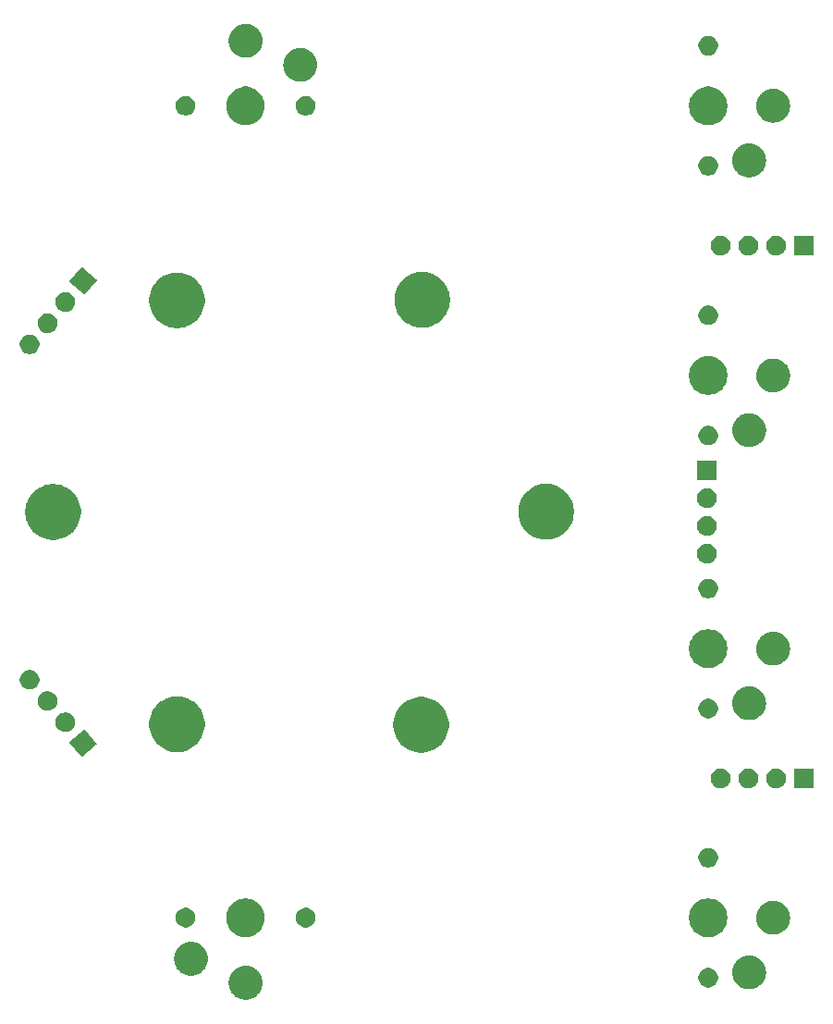
<source format=gbr>
G04 #@! TF.GenerationSoftware,KiCad,Pcbnew,9.0.2*
G04 #@! TF.CreationDate,2025-10-02T21:34:41-04:00*
G04 #@! TF.ProjectId,Trackball,54726163-6b62-4616-9c6c-2e6b69636164,rev?*
G04 #@! TF.SameCoordinates,Original*
G04 #@! TF.FileFunction,Soldermask,Top*
G04 #@! TF.FilePolarity,Negative*
%FSLAX46Y46*%
G04 Gerber Fmt 4.6, Leading zero omitted, Abs format (unit mm)*
G04 Created by KiCad (PCBNEW 9.0.2) date 2025-10-02 21:34:41*
%MOMM*%
%LPD*%
G01*
G04 APERTURE LIST*
G04 APERTURE END LIST*
G36*
X395585482Y-143162781D02*
G01*
X395596690Y-143162781D01*
X395651888Y-143171523D01*
X395777534Y-143188065D01*
X395808189Y-143196279D01*
X395837074Y-143200854D01*
X395892620Y-143218902D01*
X395973467Y-143240565D01*
X396025050Y-143261931D01*
X396068542Y-143276063D01*
X396109286Y-143296823D01*
X396160870Y-143318190D01*
X396233353Y-143360038D01*
X396285395Y-143386555D01*
X396309055Y-143403745D01*
X396336539Y-143419613D01*
X396437074Y-143496756D01*
X396482294Y-143529610D01*
X396490219Y-143537535D01*
X396497466Y-143543096D01*
X396640903Y-143686533D01*
X396646463Y-143693779D01*
X396654390Y-143701706D01*
X396687247Y-143746930D01*
X396764386Y-143847460D01*
X396780252Y-143874941D01*
X396797445Y-143898605D01*
X396823964Y-143950652D01*
X396865809Y-144023129D01*
X396887173Y-144074706D01*
X396907937Y-144115458D01*
X396922070Y-144158955D01*
X396943434Y-144210532D01*
X396965093Y-144291366D01*
X396983146Y-144346926D01*
X396987721Y-144375816D01*
X396995934Y-144406465D01*
X397012474Y-144532099D01*
X397021219Y-144587310D01*
X397021219Y-144598518D01*
X397022412Y-144607580D01*
X397022412Y-144810419D01*
X397021219Y-144819480D01*
X397021219Y-144830690D01*
X397012473Y-144885905D01*
X396995934Y-145011534D01*
X396987722Y-145042180D01*
X396983146Y-145071074D01*
X396965091Y-145126638D01*
X396943434Y-145207467D01*
X396922071Y-145259039D01*
X396907937Y-145302542D01*
X396887171Y-145343297D01*
X396865809Y-145394870D01*
X396823968Y-145467338D01*
X396797445Y-145519395D01*
X396780249Y-145543062D01*
X396764386Y-145570539D01*
X396687261Y-145671050D01*
X396654390Y-145716294D01*
X396646459Y-145724224D01*
X396640903Y-145731466D01*
X396497466Y-145874903D01*
X396490224Y-145880459D01*
X396482294Y-145888390D01*
X396437050Y-145921261D01*
X396336539Y-145998386D01*
X396309062Y-146014249D01*
X396285395Y-146031445D01*
X396233338Y-146057968D01*
X396160870Y-146099809D01*
X396109297Y-146121171D01*
X396068542Y-146141937D01*
X396025039Y-146156071D01*
X395973467Y-146177434D01*
X395892638Y-146199091D01*
X395837074Y-146217146D01*
X395808180Y-146221722D01*
X395777534Y-146229934D01*
X395651902Y-146246474D01*
X395596690Y-146255219D01*
X395585481Y-146255219D01*
X395576420Y-146256412D01*
X395373580Y-146256412D01*
X395364519Y-146255219D01*
X395353310Y-146255219D01*
X395298099Y-146246474D01*
X395172465Y-146229934D01*
X395141816Y-146221721D01*
X395112926Y-146217146D01*
X395057366Y-146199093D01*
X394976532Y-146177434D01*
X394924955Y-146156070D01*
X394881458Y-146141937D01*
X394840706Y-146121173D01*
X394789129Y-146099809D01*
X394716652Y-146057964D01*
X394664605Y-146031445D01*
X394640941Y-146014252D01*
X394613460Y-145998386D01*
X394512930Y-145921247D01*
X394467706Y-145888390D01*
X394459779Y-145880463D01*
X394452533Y-145874903D01*
X394309096Y-145731466D01*
X394303535Y-145724219D01*
X394295610Y-145716294D01*
X394262756Y-145671074D01*
X394185613Y-145570539D01*
X394169745Y-145543055D01*
X394152555Y-145519395D01*
X394126038Y-145467353D01*
X394084190Y-145394870D01*
X394062823Y-145343286D01*
X394042063Y-145302542D01*
X394027931Y-145259050D01*
X394006565Y-145207467D01*
X393984902Y-145126620D01*
X393966854Y-145071074D01*
X393962279Y-145042189D01*
X393954065Y-145011534D01*
X393937524Y-144885891D01*
X393928781Y-144830690D01*
X393928781Y-144819480D01*
X393927588Y-144810419D01*
X393927588Y-144607580D01*
X393928781Y-144598518D01*
X393928781Y-144587310D01*
X393937523Y-144532113D01*
X393954065Y-144406465D01*
X393962279Y-144375807D01*
X393966854Y-144346926D01*
X393984900Y-144291383D01*
X394006565Y-144210532D01*
X394027933Y-144158944D01*
X394042063Y-144115458D01*
X394062821Y-144074717D01*
X394084190Y-144023129D01*
X394126042Y-143950637D01*
X394152555Y-143898605D01*
X394169742Y-143874948D01*
X394185613Y-143847460D01*
X394262770Y-143746906D01*
X394295610Y-143701706D01*
X394303532Y-143693783D01*
X394309096Y-143686533D01*
X394452533Y-143543096D01*
X394459783Y-143537532D01*
X394467706Y-143529610D01*
X394512906Y-143496770D01*
X394613460Y-143419613D01*
X394640948Y-143403742D01*
X394664605Y-143386555D01*
X394716637Y-143360042D01*
X394789129Y-143318190D01*
X394840717Y-143296821D01*
X394881458Y-143276063D01*
X394924944Y-143261933D01*
X394976532Y-143240565D01*
X395057383Y-143218900D01*
X395112926Y-143200854D01*
X395141807Y-143196279D01*
X395172465Y-143188065D01*
X395298113Y-143171523D01*
X395353310Y-143162781D01*
X395364518Y-143162781D01*
X395373580Y-143161588D01*
X395576420Y-143161588D01*
X395585482Y-143162781D01*
G37*
G36*
X441703482Y-142212781D02*
G01*
X441714690Y-142212781D01*
X441769888Y-142221523D01*
X441895534Y-142238065D01*
X441926189Y-142246279D01*
X441955074Y-142250854D01*
X442010620Y-142268902D01*
X442091467Y-142290565D01*
X442143050Y-142311931D01*
X442186542Y-142326063D01*
X442227286Y-142346823D01*
X442278870Y-142368190D01*
X442351353Y-142410038D01*
X442403395Y-142436555D01*
X442427055Y-142453745D01*
X442454539Y-142469613D01*
X442555074Y-142546756D01*
X442600294Y-142579610D01*
X442608219Y-142587535D01*
X442615466Y-142593096D01*
X442758903Y-142736533D01*
X442764463Y-142743779D01*
X442772390Y-142751706D01*
X442805247Y-142796930D01*
X442882386Y-142897460D01*
X442898252Y-142924941D01*
X442915445Y-142948605D01*
X442941964Y-143000652D01*
X442983809Y-143073129D01*
X443005173Y-143124706D01*
X443025937Y-143165458D01*
X443040070Y-143208955D01*
X443061434Y-143260532D01*
X443083093Y-143341366D01*
X443101146Y-143396926D01*
X443105721Y-143425816D01*
X443113934Y-143456465D01*
X443130474Y-143582099D01*
X443139219Y-143637310D01*
X443139219Y-143648518D01*
X443140412Y-143657580D01*
X443140412Y-143860419D01*
X443139219Y-143869480D01*
X443139219Y-143880690D01*
X443130473Y-143935905D01*
X443113934Y-144061534D01*
X443105722Y-144092180D01*
X443101146Y-144121074D01*
X443083091Y-144176638D01*
X443061434Y-144257467D01*
X443040071Y-144309039D01*
X443025937Y-144352542D01*
X443005171Y-144393297D01*
X442983809Y-144444870D01*
X442941968Y-144517338D01*
X442915445Y-144569395D01*
X442898249Y-144593062D01*
X442882386Y-144620539D01*
X442805261Y-144721050D01*
X442772390Y-144766294D01*
X442764459Y-144774224D01*
X442758903Y-144781466D01*
X442615466Y-144924903D01*
X442608224Y-144930459D01*
X442600294Y-144938390D01*
X442555050Y-144971261D01*
X442454539Y-145048386D01*
X442427062Y-145064249D01*
X442403395Y-145081445D01*
X442351338Y-145107968D01*
X442278870Y-145149809D01*
X442227297Y-145171171D01*
X442186542Y-145191937D01*
X442143039Y-145206071D01*
X442091467Y-145227434D01*
X442010638Y-145249091D01*
X441955074Y-145267146D01*
X441926180Y-145271722D01*
X441895534Y-145279934D01*
X441769902Y-145296474D01*
X441714690Y-145305219D01*
X441703481Y-145305219D01*
X441694420Y-145306412D01*
X441491580Y-145306412D01*
X441482519Y-145305219D01*
X441471310Y-145305219D01*
X441416099Y-145296474D01*
X441290465Y-145279934D01*
X441259816Y-145271721D01*
X441230926Y-145267146D01*
X441175366Y-145249093D01*
X441094532Y-145227434D01*
X441042955Y-145206070D01*
X440999458Y-145191937D01*
X440958706Y-145171173D01*
X440907129Y-145149809D01*
X440834652Y-145107964D01*
X440782605Y-145081445D01*
X440758941Y-145064252D01*
X440731460Y-145048386D01*
X440630930Y-144971247D01*
X440585706Y-144938390D01*
X440577779Y-144930463D01*
X440570533Y-144924903D01*
X440427096Y-144781466D01*
X440421535Y-144774219D01*
X440413610Y-144766294D01*
X440380756Y-144721074D01*
X440303613Y-144620539D01*
X440287745Y-144593055D01*
X440270555Y-144569395D01*
X440244038Y-144517353D01*
X440202190Y-144444870D01*
X440180823Y-144393286D01*
X440160063Y-144352542D01*
X440145931Y-144309050D01*
X440124565Y-144257467D01*
X440102902Y-144176620D01*
X440084854Y-144121074D01*
X440080279Y-144092189D01*
X440072065Y-144061534D01*
X440055524Y-143935891D01*
X440046781Y-143880690D01*
X440046781Y-143869480D01*
X440045588Y-143860419D01*
X440045588Y-143657580D01*
X440046781Y-143648518D01*
X440046781Y-143637310D01*
X440055523Y-143582113D01*
X440072065Y-143456465D01*
X440080279Y-143425807D01*
X440084854Y-143396926D01*
X440102900Y-143341383D01*
X440124565Y-143260532D01*
X440145933Y-143208944D01*
X440160063Y-143165458D01*
X440180821Y-143124717D01*
X440202190Y-143073129D01*
X440244042Y-143000637D01*
X440270555Y-142948605D01*
X440287742Y-142924948D01*
X440303613Y-142897460D01*
X440380770Y-142796906D01*
X440413610Y-142751706D01*
X440421532Y-142743783D01*
X440427096Y-142736533D01*
X440570533Y-142593096D01*
X440577783Y-142587532D01*
X440585706Y-142579610D01*
X440630906Y-142546770D01*
X440731460Y-142469613D01*
X440758948Y-142453742D01*
X440782605Y-142436555D01*
X440834637Y-142410042D01*
X440907129Y-142368190D01*
X440958717Y-142346821D01*
X440999458Y-142326063D01*
X441042944Y-142311933D01*
X441094532Y-142290565D01*
X441175383Y-142268900D01*
X441230926Y-142250854D01*
X441259807Y-142246279D01*
X441290465Y-142238065D01*
X441416113Y-142221523D01*
X441471310Y-142212781D01*
X441482518Y-142212781D01*
X441491580Y-142211588D01*
X441694420Y-142211588D01*
X441703482Y-142212781D01*
G37*
G36*
X438104808Y-143395936D02*
G01*
X438268153Y-143463595D01*
X438415159Y-143561822D01*
X438540178Y-143686841D01*
X438638405Y-143833847D01*
X438706064Y-143997192D01*
X438740557Y-144170598D01*
X438740557Y-144347402D01*
X438706064Y-144520808D01*
X438638405Y-144684153D01*
X438540178Y-144831159D01*
X438415159Y-144956178D01*
X438268153Y-145054405D01*
X438104808Y-145122064D01*
X437931402Y-145156557D01*
X437754598Y-145156557D01*
X437581192Y-145122064D01*
X437417847Y-145054405D01*
X437270841Y-144956178D01*
X437145822Y-144831159D01*
X437047595Y-144684153D01*
X436979936Y-144520808D01*
X436945443Y-144347402D01*
X436945443Y-144170598D01*
X436979936Y-143997192D01*
X437047595Y-143833847D01*
X437145822Y-143686841D01*
X437270841Y-143561822D01*
X437417847Y-143463595D01*
X437581192Y-143395936D01*
X437754598Y-143361443D01*
X437931402Y-143361443D01*
X438104808Y-143395936D01*
G37*
G36*
X390585482Y-140962781D02*
G01*
X390596690Y-140962781D01*
X390651888Y-140971523D01*
X390777534Y-140988065D01*
X390808189Y-140996279D01*
X390837074Y-141000854D01*
X390892620Y-141018902D01*
X390973467Y-141040565D01*
X391025050Y-141061931D01*
X391068542Y-141076063D01*
X391109286Y-141096823D01*
X391160870Y-141118190D01*
X391233353Y-141160038D01*
X391285395Y-141186555D01*
X391309055Y-141203745D01*
X391336539Y-141219613D01*
X391437074Y-141296756D01*
X391482294Y-141329610D01*
X391490219Y-141337535D01*
X391497466Y-141343096D01*
X391640903Y-141486533D01*
X391646463Y-141493779D01*
X391654390Y-141501706D01*
X391687247Y-141546930D01*
X391764386Y-141647460D01*
X391780252Y-141674941D01*
X391797445Y-141698605D01*
X391823964Y-141750652D01*
X391865809Y-141823129D01*
X391887173Y-141874706D01*
X391907937Y-141915458D01*
X391922070Y-141958955D01*
X391943434Y-142010532D01*
X391965093Y-142091366D01*
X391983146Y-142146926D01*
X391987721Y-142175816D01*
X391995934Y-142206465D01*
X392012474Y-142332099D01*
X392021219Y-142387310D01*
X392021219Y-142398518D01*
X392022412Y-142407580D01*
X392022412Y-142610419D01*
X392021219Y-142619480D01*
X392021219Y-142630690D01*
X392012473Y-142685905D01*
X391995934Y-142811534D01*
X391987722Y-142842180D01*
X391983146Y-142871074D01*
X391965091Y-142926638D01*
X391943434Y-143007467D01*
X391922071Y-143059039D01*
X391907937Y-143102542D01*
X391887171Y-143143297D01*
X391865809Y-143194870D01*
X391823968Y-143267338D01*
X391797445Y-143319395D01*
X391780249Y-143343062D01*
X391764386Y-143370539D01*
X391687261Y-143471050D01*
X391654390Y-143516294D01*
X391646459Y-143524224D01*
X391640903Y-143531466D01*
X391497466Y-143674903D01*
X391490224Y-143680459D01*
X391482294Y-143688390D01*
X391437050Y-143721261D01*
X391336539Y-143798386D01*
X391309062Y-143814249D01*
X391285395Y-143831445D01*
X391233338Y-143857968D01*
X391160870Y-143899809D01*
X391109297Y-143921171D01*
X391068542Y-143941937D01*
X391025039Y-143956071D01*
X390973467Y-143977434D01*
X390892638Y-143999091D01*
X390837074Y-144017146D01*
X390808180Y-144021722D01*
X390777534Y-144029934D01*
X390651902Y-144046474D01*
X390596690Y-144055219D01*
X390585481Y-144055219D01*
X390576420Y-144056412D01*
X390373580Y-144056412D01*
X390364519Y-144055219D01*
X390353310Y-144055219D01*
X390298099Y-144046474D01*
X390172465Y-144029934D01*
X390141816Y-144021721D01*
X390112926Y-144017146D01*
X390057366Y-143999093D01*
X389976532Y-143977434D01*
X389924955Y-143956070D01*
X389881458Y-143941937D01*
X389840706Y-143921173D01*
X389789129Y-143899809D01*
X389716652Y-143857964D01*
X389664605Y-143831445D01*
X389640941Y-143814252D01*
X389613460Y-143798386D01*
X389512930Y-143721247D01*
X389467706Y-143688390D01*
X389459779Y-143680463D01*
X389452533Y-143674903D01*
X389309096Y-143531466D01*
X389303535Y-143524219D01*
X389295610Y-143516294D01*
X389262756Y-143471074D01*
X389185613Y-143370539D01*
X389169745Y-143343055D01*
X389152555Y-143319395D01*
X389126038Y-143267353D01*
X389084190Y-143194870D01*
X389062823Y-143143286D01*
X389042063Y-143102542D01*
X389027931Y-143059050D01*
X389006565Y-143007467D01*
X388984902Y-142926620D01*
X388966854Y-142871074D01*
X388962279Y-142842189D01*
X388954065Y-142811534D01*
X388937524Y-142685891D01*
X388928781Y-142630690D01*
X388928781Y-142619480D01*
X388927588Y-142610419D01*
X388927588Y-142407580D01*
X388928781Y-142398518D01*
X388928781Y-142387310D01*
X388937523Y-142332113D01*
X388954065Y-142206465D01*
X388962279Y-142175807D01*
X388966854Y-142146926D01*
X388984900Y-142091383D01*
X389006565Y-142010532D01*
X389027933Y-141958944D01*
X389042063Y-141915458D01*
X389062821Y-141874717D01*
X389084190Y-141823129D01*
X389126042Y-141750637D01*
X389152555Y-141698605D01*
X389169742Y-141674948D01*
X389185613Y-141647460D01*
X389262770Y-141546906D01*
X389295610Y-141501706D01*
X389303532Y-141493783D01*
X389309096Y-141486533D01*
X389452533Y-141343096D01*
X389459783Y-141337532D01*
X389467706Y-141329610D01*
X389512906Y-141296770D01*
X389613460Y-141219613D01*
X389640948Y-141203742D01*
X389664605Y-141186555D01*
X389716637Y-141160042D01*
X389789129Y-141118190D01*
X389840717Y-141096821D01*
X389881458Y-141076063D01*
X389924944Y-141061933D01*
X389976532Y-141040565D01*
X390057383Y-141018900D01*
X390112926Y-141000854D01*
X390141807Y-140996279D01*
X390172465Y-140988065D01*
X390298113Y-140971523D01*
X390353310Y-140962781D01*
X390364518Y-140962781D01*
X390373580Y-140961588D01*
X390576420Y-140961588D01*
X390585482Y-140962781D01*
G37*
G36*
X395819432Y-137027424D02*
G01*
X396042501Y-137087195D01*
X396255861Y-137175571D01*
X396455859Y-137291040D01*
X396639075Y-137431627D01*
X396802373Y-137594925D01*
X396942960Y-137778141D01*
X397058429Y-137978139D01*
X397146805Y-138191499D01*
X397206576Y-138414568D01*
X397236720Y-138643531D01*
X397236720Y-138874469D01*
X397206576Y-139103432D01*
X397146805Y-139326501D01*
X397058429Y-139539861D01*
X396942960Y-139739859D01*
X396802373Y-139923075D01*
X396639075Y-140086373D01*
X396455859Y-140226960D01*
X396255861Y-140342429D01*
X396042501Y-140430805D01*
X395819432Y-140490576D01*
X395590469Y-140520720D01*
X395359531Y-140520720D01*
X395130568Y-140490576D01*
X394907499Y-140430805D01*
X394694139Y-140342429D01*
X394494141Y-140226960D01*
X394310925Y-140086373D01*
X394147627Y-139923075D01*
X394007040Y-139739859D01*
X393891571Y-139539861D01*
X393803195Y-139326501D01*
X393743424Y-139103432D01*
X393713280Y-138874469D01*
X393713280Y-138643531D01*
X393743424Y-138414568D01*
X393803195Y-138191499D01*
X393891571Y-137978139D01*
X394007040Y-137778141D01*
X394147627Y-137594925D01*
X394310925Y-137431627D01*
X394494141Y-137291040D01*
X394694139Y-137175571D01*
X394907499Y-137087195D01*
X395130568Y-137027424D01*
X395359531Y-136997280D01*
X395590469Y-136997280D01*
X395819432Y-137027424D01*
G37*
G36*
X438187432Y-137027424D02*
G01*
X438410501Y-137087195D01*
X438623861Y-137175571D01*
X438823859Y-137291040D01*
X439007075Y-137431627D01*
X439170373Y-137594925D01*
X439310960Y-137778141D01*
X439426429Y-137978139D01*
X439514805Y-138191499D01*
X439574576Y-138414568D01*
X439604720Y-138643531D01*
X439604720Y-138874469D01*
X439574576Y-139103432D01*
X439514805Y-139326501D01*
X439426429Y-139539861D01*
X439310960Y-139739859D01*
X439170373Y-139923075D01*
X439007075Y-140086373D01*
X438823859Y-140226960D01*
X438623861Y-140342429D01*
X438410501Y-140430805D01*
X438187432Y-140490576D01*
X437958469Y-140520720D01*
X437727531Y-140520720D01*
X437498568Y-140490576D01*
X437275499Y-140430805D01*
X437062139Y-140342429D01*
X436862141Y-140226960D01*
X436678925Y-140086373D01*
X436515627Y-139923075D01*
X436375040Y-139739859D01*
X436259571Y-139539861D01*
X436171195Y-139326501D01*
X436111424Y-139103432D01*
X436081280Y-138874469D01*
X436081280Y-138643531D01*
X436111424Y-138414568D01*
X436171195Y-138191499D01*
X436259571Y-137978139D01*
X436375040Y-137778141D01*
X436515627Y-137594925D01*
X436678925Y-137431627D01*
X436862141Y-137291040D01*
X437062139Y-137175571D01*
X437275499Y-137087195D01*
X437498568Y-137027424D01*
X437727531Y-136997280D01*
X437958469Y-136997280D01*
X438187432Y-137027424D01*
G37*
G36*
X443903482Y-137212781D02*
G01*
X443914690Y-137212781D01*
X443969888Y-137221523D01*
X444095534Y-137238065D01*
X444126189Y-137246279D01*
X444155074Y-137250854D01*
X444210620Y-137268902D01*
X444291467Y-137290565D01*
X444343050Y-137311931D01*
X444386542Y-137326063D01*
X444427286Y-137346823D01*
X444478870Y-137368190D01*
X444551353Y-137410038D01*
X444603395Y-137436555D01*
X444627055Y-137453745D01*
X444654539Y-137469613D01*
X444755074Y-137546756D01*
X444800294Y-137579610D01*
X444808219Y-137587535D01*
X444815466Y-137593096D01*
X444958903Y-137736533D01*
X444964463Y-137743779D01*
X444972390Y-137751706D01*
X445005247Y-137796930D01*
X445082386Y-137897460D01*
X445098252Y-137924941D01*
X445115445Y-137948605D01*
X445141964Y-138000652D01*
X445183809Y-138073129D01*
X445205173Y-138124706D01*
X445225937Y-138165458D01*
X445240070Y-138208955D01*
X445261434Y-138260532D01*
X445283093Y-138341366D01*
X445301146Y-138396926D01*
X445305721Y-138425816D01*
X445313934Y-138456465D01*
X445330474Y-138582099D01*
X445339219Y-138637310D01*
X445339219Y-138648518D01*
X445340412Y-138657580D01*
X445340412Y-138860419D01*
X445339219Y-138869480D01*
X445339219Y-138880690D01*
X445330473Y-138935905D01*
X445313934Y-139061534D01*
X445305722Y-139092180D01*
X445301146Y-139121074D01*
X445283091Y-139176638D01*
X445261434Y-139257467D01*
X445240071Y-139309039D01*
X445225937Y-139352542D01*
X445205171Y-139393297D01*
X445183809Y-139444870D01*
X445141968Y-139517338D01*
X445115445Y-139569395D01*
X445098249Y-139593062D01*
X445082386Y-139620539D01*
X445005261Y-139721050D01*
X444972390Y-139766294D01*
X444964459Y-139774224D01*
X444958903Y-139781466D01*
X444815466Y-139924903D01*
X444808224Y-139930459D01*
X444800294Y-139938390D01*
X444755050Y-139971261D01*
X444654539Y-140048386D01*
X444627062Y-140064249D01*
X444603395Y-140081445D01*
X444551338Y-140107968D01*
X444478870Y-140149809D01*
X444427297Y-140171171D01*
X444386542Y-140191937D01*
X444343039Y-140206071D01*
X444291467Y-140227434D01*
X444210638Y-140249091D01*
X444155074Y-140267146D01*
X444126180Y-140271722D01*
X444095534Y-140279934D01*
X443969902Y-140296474D01*
X443914690Y-140305219D01*
X443903481Y-140305219D01*
X443894420Y-140306412D01*
X443691580Y-140306412D01*
X443682519Y-140305219D01*
X443671310Y-140305219D01*
X443616099Y-140296474D01*
X443490465Y-140279934D01*
X443459816Y-140271721D01*
X443430926Y-140267146D01*
X443375366Y-140249093D01*
X443294532Y-140227434D01*
X443242955Y-140206070D01*
X443199458Y-140191937D01*
X443158706Y-140171173D01*
X443107129Y-140149809D01*
X443034652Y-140107964D01*
X442982605Y-140081445D01*
X442958941Y-140064252D01*
X442931460Y-140048386D01*
X442830930Y-139971247D01*
X442785706Y-139938390D01*
X442777779Y-139930463D01*
X442770533Y-139924903D01*
X442627096Y-139781466D01*
X442621535Y-139774219D01*
X442613610Y-139766294D01*
X442580756Y-139721074D01*
X442503613Y-139620539D01*
X442487745Y-139593055D01*
X442470555Y-139569395D01*
X442444038Y-139517353D01*
X442402190Y-139444870D01*
X442380823Y-139393286D01*
X442360063Y-139352542D01*
X442345931Y-139309050D01*
X442324565Y-139257467D01*
X442302902Y-139176620D01*
X442284854Y-139121074D01*
X442280279Y-139092189D01*
X442272065Y-139061534D01*
X442255524Y-138935891D01*
X442246781Y-138880690D01*
X442246781Y-138869480D01*
X442245588Y-138860419D01*
X442245588Y-138657580D01*
X442246781Y-138648518D01*
X442246781Y-138637310D01*
X442255523Y-138582113D01*
X442272065Y-138456465D01*
X442280279Y-138425807D01*
X442284854Y-138396926D01*
X442302900Y-138341383D01*
X442324565Y-138260532D01*
X442345933Y-138208944D01*
X442360063Y-138165458D01*
X442380821Y-138124717D01*
X442402190Y-138073129D01*
X442444042Y-138000637D01*
X442470555Y-137948605D01*
X442487742Y-137924948D01*
X442503613Y-137897460D01*
X442580770Y-137796906D01*
X442613610Y-137751706D01*
X442621532Y-137743783D01*
X442627096Y-137736533D01*
X442770533Y-137593096D01*
X442777783Y-137587532D01*
X442785706Y-137579610D01*
X442830906Y-137546770D01*
X442931460Y-137469613D01*
X442958948Y-137453742D01*
X442982605Y-137436555D01*
X443034637Y-137410042D01*
X443107129Y-137368190D01*
X443158717Y-137346821D01*
X443199458Y-137326063D01*
X443242944Y-137311933D01*
X443294532Y-137290565D01*
X443375383Y-137268900D01*
X443430926Y-137250854D01*
X443459807Y-137246279D01*
X443490465Y-137238065D01*
X443616113Y-137221523D01*
X443671310Y-137212781D01*
X443682518Y-137212781D01*
X443691580Y-137211588D01*
X443894420Y-137211588D01*
X443903482Y-137212781D01*
G37*
G36*
X390236808Y-137895936D02*
G01*
X390400153Y-137963595D01*
X390547159Y-138061822D01*
X390672178Y-138186841D01*
X390770405Y-138333847D01*
X390838064Y-138497192D01*
X390872557Y-138670598D01*
X390872557Y-138847402D01*
X390838064Y-139020808D01*
X390770405Y-139184153D01*
X390672178Y-139331159D01*
X390547159Y-139456178D01*
X390400153Y-139554405D01*
X390236808Y-139622064D01*
X390063402Y-139656557D01*
X389886598Y-139656557D01*
X389713192Y-139622064D01*
X389549847Y-139554405D01*
X389402841Y-139456178D01*
X389277822Y-139331159D01*
X389179595Y-139184153D01*
X389111936Y-139020808D01*
X389077443Y-138847402D01*
X389077443Y-138670598D01*
X389111936Y-138497192D01*
X389179595Y-138333847D01*
X389277822Y-138186841D01*
X389402841Y-138061822D01*
X389549847Y-137963595D01*
X389713192Y-137895936D01*
X389886598Y-137861443D01*
X390063402Y-137861443D01*
X390236808Y-137895936D01*
G37*
G36*
X401236808Y-137895936D02*
G01*
X401400153Y-137963595D01*
X401547159Y-138061822D01*
X401672178Y-138186841D01*
X401770405Y-138333847D01*
X401838064Y-138497192D01*
X401872557Y-138670598D01*
X401872557Y-138847402D01*
X401838064Y-139020808D01*
X401770405Y-139184153D01*
X401672178Y-139331159D01*
X401547159Y-139456178D01*
X401400153Y-139554405D01*
X401236808Y-139622064D01*
X401063402Y-139656557D01*
X400886598Y-139656557D01*
X400713192Y-139622064D01*
X400549847Y-139554405D01*
X400402841Y-139456178D01*
X400277822Y-139331159D01*
X400179595Y-139184153D01*
X400111936Y-139020808D01*
X400077443Y-138847402D01*
X400077443Y-138670598D01*
X400111936Y-138497192D01*
X400179595Y-138333847D01*
X400277822Y-138186841D01*
X400402841Y-138061822D01*
X400549847Y-137963595D01*
X400713192Y-137895936D01*
X400886598Y-137861443D01*
X401063402Y-137861443D01*
X401236808Y-137895936D01*
G37*
G36*
X438104808Y-132395936D02*
G01*
X438268153Y-132463595D01*
X438415159Y-132561822D01*
X438540178Y-132686841D01*
X438638405Y-132833847D01*
X438706064Y-132997192D01*
X438740557Y-133170598D01*
X438740557Y-133347402D01*
X438706064Y-133520808D01*
X438638405Y-133684153D01*
X438540178Y-133831159D01*
X438415159Y-133956178D01*
X438268153Y-134054405D01*
X438104808Y-134122064D01*
X437931402Y-134156557D01*
X437754598Y-134156557D01*
X437581192Y-134122064D01*
X437417847Y-134054405D01*
X437270841Y-133956178D01*
X437145822Y-133831159D01*
X437047595Y-133684153D01*
X436979936Y-133520808D01*
X436945443Y-133347402D01*
X436945443Y-133170598D01*
X436979936Y-132997192D01*
X437047595Y-132833847D01*
X437145822Y-132686841D01*
X437270841Y-132561822D01*
X437417847Y-132463595D01*
X437581192Y-132395936D01*
X437754598Y-132361443D01*
X437931402Y-132361443D01*
X438104808Y-132395936D01*
G37*
G36*
X447462517Y-125111882D02*
G01*
X447479062Y-125122938D01*
X447490118Y-125139483D01*
X447494000Y-125159000D01*
X447494000Y-126859000D01*
X447490118Y-126878517D01*
X447479062Y-126895062D01*
X447462517Y-126906118D01*
X447443000Y-126910000D01*
X445743000Y-126910000D01*
X445723483Y-126906118D01*
X445706938Y-126895062D01*
X445695882Y-126878517D01*
X445692000Y-126859000D01*
X445692000Y-125159000D01*
X445695882Y-125139483D01*
X445706938Y-125122938D01*
X445723483Y-125111882D01*
X445743000Y-125108000D01*
X447443000Y-125108000D01*
X447462517Y-125111882D01*
G37*
G36*
X439234546Y-125146797D02*
G01*
X439397728Y-125214389D01*
X439544588Y-125312518D01*
X439669482Y-125437412D01*
X439767611Y-125584272D01*
X439835203Y-125747454D01*
X439869661Y-125920687D01*
X439869661Y-126097313D01*
X439835203Y-126270546D01*
X439767611Y-126433728D01*
X439669482Y-126580588D01*
X439544588Y-126705482D01*
X439397728Y-126803611D01*
X439234546Y-126871203D01*
X439061313Y-126905661D01*
X438884687Y-126905661D01*
X438711454Y-126871203D01*
X438548272Y-126803611D01*
X438401412Y-126705482D01*
X438276518Y-126580588D01*
X438178389Y-126433728D01*
X438110797Y-126270546D01*
X438076339Y-126097313D01*
X438076339Y-125920687D01*
X438110797Y-125747454D01*
X438178389Y-125584272D01*
X438276518Y-125437412D01*
X438401412Y-125312518D01*
X438548272Y-125214389D01*
X438711454Y-125146797D01*
X438884687Y-125112339D01*
X439061313Y-125112339D01*
X439234546Y-125146797D01*
G37*
G36*
X441774546Y-125146797D02*
G01*
X441937728Y-125214389D01*
X442084588Y-125312518D01*
X442209482Y-125437412D01*
X442307611Y-125584272D01*
X442375203Y-125747454D01*
X442409661Y-125920687D01*
X442409661Y-126097313D01*
X442375203Y-126270546D01*
X442307611Y-126433728D01*
X442209482Y-126580588D01*
X442084588Y-126705482D01*
X441937728Y-126803611D01*
X441774546Y-126871203D01*
X441601313Y-126905661D01*
X441424687Y-126905661D01*
X441251454Y-126871203D01*
X441088272Y-126803611D01*
X440941412Y-126705482D01*
X440816518Y-126580588D01*
X440718389Y-126433728D01*
X440650797Y-126270546D01*
X440616339Y-126097313D01*
X440616339Y-125920687D01*
X440650797Y-125747454D01*
X440718389Y-125584272D01*
X440816518Y-125437412D01*
X440941412Y-125312518D01*
X441088272Y-125214389D01*
X441251454Y-125146797D01*
X441424687Y-125112339D01*
X441601313Y-125112339D01*
X441774546Y-125146797D01*
G37*
G36*
X444314546Y-125146797D02*
G01*
X444477728Y-125214389D01*
X444624588Y-125312518D01*
X444749482Y-125437412D01*
X444847611Y-125584272D01*
X444915203Y-125747454D01*
X444949661Y-125920687D01*
X444949661Y-126097313D01*
X444915203Y-126270546D01*
X444847611Y-126433728D01*
X444749482Y-126580588D01*
X444624588Y-126705482D01*
X444477728Y-126803611D01*
X444314546Y-126871203D01*
X444141313Y-126905661D01*
X443964687Y-126905661D01*
X443791454Y-126871203D01*
X443628272Y-126803611D01*
X443481412Y-126705482D01*
X443356518Y-126580588D01*
X443258389Y-126433728D01*
X443190797Y-126270546D01*
X443156339Y-126097313D01*
X443156339Y-125920687D01*
X443190797Y-125747454D01*
X443258389Y-125584272D01*
X443356518Y-125437412D01*
X443481412Y-125312518D01*
X443628272Y-125214389D01*
X443791454Y-125146797D01*
X443964687Y-125112339D01*
X444141313Y-125112339D01*
X444314546Y-125146797D01*
G37*
G36*
X380727267Y-121568306D02*
G01*
X380742786Y-121580762D01*
X381835525Y-122883037D01*
X381845096Y-122900483D01*
X381847262Y-122920264D01*
X381841694Y-122939369D01*
X381829238Y-122954888D01*
X380526963Y-124047627D01*
X380509517Y-124057198D01*
X380489736Y-124059364D01*
X380470631Y-124053796D01*
X380455112Y-124041340D01*
X379362373Y-122739065D01*
X379352802Y-122721619D01*
X379350636Y-122701838D01*
X379356204Y-122682733D01*
X379368660Y-122667214D01*
X380670935Y-121574475D01*
X380688381Y-121564904D01*
X380708162Y-121562738D01*
X380727267Y-121568306D01*
G37*
G36*
X411977308Y-118585043D02*
G01*
X412256207Y-118648700D01*
X412526225Y-118743183D01*
X412783967Y-118867305D01*
X413026190Y-119019504D01*
X413249850Y-119197867D01*
X413452133Y-119400150D01*
X413630496Y-119623810D01*
X413782695Y-119866033D01*
X413906817Y-120123775D01*
X414001300Y-120393793D01*
X414064957Y-120672692D01*
X414096987Y-120956964D01*
X414096987Y-121243036D01*
X414064957Y-121527308D01*
X414001300Y-121806207D01*
X413906817Y-122076225D01*
X413782695Y-122333967D01*
X413630496Y-122576190D01*
X413452133Y-122799850D01*
X413249850Y-123002133D01*
X413026190Y-123180496D01*
X412783967Y-123332695D01*
X412526225Y-123456817D01*
X412256207Y-123551300D01*
X411977308Y-123614957D01*
X411693036Y-123646987D01*
X411406964Y-123646987D01*
X411122692Y-123614957D01*
X410843793Y-123551300D01*
X410573775Y-123456817D01*
X410316033Y-123332695D01*
X410073810Y-123180496D01*
X409850150Y-123002133D01*
X409647867Y-122799850D01*
X409469504Y-122576190D01*
X409317305Y-122333967D01*
X409193183Y-122076225D01*
X409098700Y-121806207D01*
X409035043Y-121527308D01*
X409003013Y-121243036D01*
X409003013Y-120956964D01*
X409035043Y-120672692D01*
X409098700Y-120393793D01*
X409193183Y-120123775D01*
X409317305Y-119866033D01*
X409469504Y-119623810D01*
X409647867Y-119400150D01*
X409850150Y-119197867D01*
X410073810Y-119019504D01*
X410316033Y-118867305D01*
X410573775Y-118743183D01*
X410843793Y-118648700D01*
X411122692Y-118585043D01*
X411406964Y-118553013D01*
X411693036Y-118553013D01*
X411977308Y-118585043D01*
G37*
G36*
X389627308Y-118535043D02*
G01*
X389906207Y-118598700D01*
X390176225Y-118693183D01*
X390433967Y-118817305D01*
X390676190Y-118969504D01*
X390899850Y-119147867D01*
X391102133Y-119350150D01*
X391280496Y-119573810D01*
X391432695Y-119816033D01*
X391556817Y-120073775D01*
X391651300Y-120343793D01*
X391714957Y-120622692D01*
X391746987Y-120906964D01*
X391746987Y-121193036D01*
X391714957Y-121477308D01*
X391651300Y-121756207D01*
X391556817Y-122026225D01*
X391432695Y-122283967D01*
X391280496Y-122526190D01*
X391102133Y-122749850D01*
X390899850Y-122952133D01*
X390676190Y-123130496D01*
X390433967Y-123282695D01*
X390176225Y-123406817D01*
X389906207Y-123501300D01*
X389627308Y-123564957D01*
X389343036Y-123596987D01*
X389056964Y-123596987D01*
X388772692Y-123564957D01*
X388493793Y-123501300D01*
X388223775Y-123406817D01*
X387966033Y-123282695D01*
X387723810Y-123130496D01*
X387500150Y-122952133D01*
X387297867Y-122749850D01*
X387119504Y-122526190D01*
X386967305Y-122283967D01*
X386843183Y-122026225D01*
X386748700Y-121756207D01*
X386685043Y-121477308D01*
X386653013Y-121193036D01*
X386653013Y-120906964D01*
X386685043Y-120622692D01*
X386748700Y-120343793D01*
X386843183Y-120073775D01*
X386967305Y-119816033D01*
X387119504Y-119573810D01*
X387297867Y-119350150D01*
X387500150Y-119147867D01*
X387723810Y-118969504D01*
X387966033Y-118817305D01*
X388223775Y-118693183D01*
X388493793Y-118598700D01*
X388772692Y-118535043D01*
X389056964Y-118503013D01*
X389343036Y-118503013D01*
X389627308Y-118535043D01*
G37*
G36*
X379227814Y-120003095D02*
G01*
X379390996Y-120070687D01*
X379537856Y-120168816D01*
X379662750Y-120293710D01*
X379760879Y-120440570D01*
X379828471Y-120603752D01*
X379862929Y-120776985D01*
X379862929Y-120953611D01*
X379828471Y-121126844D01*
X379760879Y-121290026D01*
X379662750Y-121436886D01*
X379537856Y-121561780D01*
X379390996Y-121659909D01*
X379227814Y-121727501D01*
X379054581Y-121761959D01*
X378877955Y-121761959D01*
X378704722Y-121727501D01*
X378541540Y-121659909D01*
X378394680Y-121561780D01*
X378269786Y-121436886D01*
X378171657Y-121290026D01*
X378104065Y-121126844D01*
X378069607Y-120953611D01*
X378069607Y-120776985D01*
X378104065Y-120603752D01*
X378171657Y-120440570D01*
X378269786Y-120293710D01*
X378394680Y-120168816D01*
X378541540Y-120070687D01*
X378704722Y-120003095D01*
X378877955Y-119968637D01*
X379054581Y-119968637D01*
X379227814Y-120003095D01*
G37*
G36*
X441703482Y-117578781D02*
G01*
X441714690Y-117578781D01*
X441769888Y-117587523D01*
X441895534Y-117604065D01*
X441926189Y-117612279D01*
X441955074Y-117616854D01*
X442010620Y-117634902D01*
X442091467Y-117656565D01*
X442143050Y-117677931D01*
X442186542Y-117692063D01*
X442227286Y-117712823D01*
X442278870Y-117734190D01*
X442351353Y-117776038D01*
X442403395Y-117802555D01*
X442427055Y-117819745D01*
X442454539Y-117835613D01*
X442555074Y-117912756D01*
X442600294Y-117945610D01*
X442608219Y-117953535D01*
X442615466Y-117959096D01*
X442758903Y-118102533D01*
X442764463Y-118109779D01*
X442772390Y-118117706D01*
X442805247Y-118162930D01*
X442882386Y-118263460D01*
X442898252Y-118290941D01*
X442915445Y-118314605D01*
X442941964Y-118366652D01*
X442983809Y-118439129D01*
X443005173Y-118490706D01*
X443025937Y-118531458D01*
X443040070Y-118574955D01*
X443061434Y-118626532D01*
X443083093Y-118707366D01*
X443101146Y-118762926D01*
X443105721Y-118791816D01*
X443113934Y-118822465D01*
X443130474Y-118948099D01*
X443139219Y-119003310D01*
X443139219Y-119014518D01*
X443140412Y-119023580D01*
X443140412Y-119226419D01*
X443139219Y-119235480D01*
X443139219Y-119246690D01*
X443130473Y-119301905D01*
X443113934Y-119427534D01*
X443105722Y-119458180D01*
X443101146Y-119487074D01*
X443083091Y-119542638D01*
X443061434Y-119623467D01*
X443040071Y-119675039D01*
X443025937Y-119718542D01*
X443005171Y-119759297D01*
X442983809Y-119810870D01*
X442941968Y-119883338D01*
X442915445Y-119935395D01*
X442898249Y-119959062D01*
X442882386Y-119986539D01*
X442805261Y-120087050D01*
X442772390Y-120132294D01*
X442764459Y-120140224D01*
X442758903Y-120147466D01*
X442615466Y-120290903D01*
X442608224Y-120296459D01*
X442600294Y-120304390D01*
X442555050Y-120337261D01*
X442454539Y-120414386D01*
X442427062Y-120430249D01*
X442403395Y-120447445D01*
X442351338Y-120473968D01*
X442278870Y-120515809D01*
X442227297Y-120537171D01*
X442186542Y-120557937D01*
X442143039Y-120572071D01*
X442091467Y-120593434D01*
X442010638Y-120615091D01*
X441955074Y-120633146D01*
X441926180Y-120637722D01*
X441895534Y-120645934D01*
X441769902Y-120662474D01*
X441714690Y-120671219D01*
X441703481Y-120671219D01*
X441694420Y-120672412D01*
X441491580Y-120672412D01*
X441482519Y-120671219D01*
X441471310Y-120671219D01*
X441416099Y-120662474D01*
X441290465Y-120645934D01*
X441259816Y-120637721D01*
X441230926Y-120633146D01*
X441175366Y-120615093D01*
X441094532Y-120593434D01*
X441042955Y-120572070D01*
X440999458Y-120557937D01*
X440958706Y-120537173D01*
X440907129Y-120515809D01*
X440834652Y-120473964D01*
X440782605Y-120447445D01*
X440758941Y-120430252D01*
X440731460Y-120414386D01*
X440630930Y-120337247D01*
X440585706Y-120304390D01*
X440577779Y-120296463D01*
X440570533Y-120290903D01*
X440427096Y-120147466D01*
X440421535Y-120140219D01*
X440413610Y-120132294D01*
X440380756Y-120087074D01*
X440303613Y-119986539D01*
X440287745Y-119959055D01*
X440270555Y-119935395D01*
X440244038Y-119883353D01*
X440202190Y-119810870D01*
X440180823Y-119759286D01*
X440160063Y-119718542D01*
X440145931Y-119675050D01*
X440124565Y-119623467D01*
X440102902Y-119542620D01*
X440084854Y-119487074D01*
X440080279Y-119458189D01*
X440072065Y-119427534D01*
X440055524Y-119301891D01*
X440046781Y-119246690D01*
X440046781Y-119235480D01*
X440045588Y-119226419D01*
X440045588Y-119023580D01*
X440046781Y-119014518D01*
X440046781Y-119003310D01*
X440055523Y-118948113D01*
X440072065Y-118822465D01*
X440080279Y-118791807D01*
X440084854Y-118762926D01*
X440102900Y-118707383D01*
X440124565Y-118626532D01*
X440145933Y-118574944D01*
X440160063Y-118531458D01*
X440180821Y-118490717D01*
X440202190Y-118439129D01*
X440244042Y-118366637D01*
X440270555Y-118314605D01*
X440287742Y-118290948D01*
X440303613Y-118263460D01*
X440380770Y-118162906D01*
X440413610Y-118117706D01*
X440421532Y-118109783D01*
X440427096Y-118102533D01*
X440570533Y-117959096D01*
X440577783Y-117953532D01*
X440585706Y-117945610D01*
X440630906Y-117912770D01*
X440731460Y-117835613D01*
X440758948Y-117819742D01*
X440782605Y-117802555D01*
X440834637Y-117776042D01*
X440907129Y-117734190D01*
X440958717Y-117712821D01*
X440999458Y-117692063D01*
X441042944Y-117677933D01*
X441094532Y-117656565D01*
X441175383Y-117634900D01*
X441230926Y-117616854D01*
X441259807Y-117612279D01*
X441290465Y-117604065D01*
X441416113Y-117587523D01*
X441471310Y-117578781D01*
X441482518Y-117578781D01*
X441491580Y-117577588D01*
X441694420Y-117577588D01*
X441703482Y-117578781D01*
G37*
G36*
X438104808Y-118761936D02*
G01*
X438268153Y-118829595D01*
X438415159Y-118927822D01*
X438540178Y-119052841D01*
X438638405Y-119199847D01*
X438706064Y-119363192D01*
X438740557Y-119536598D01*
X438740557Y-119713402D01*
X438706064Y-119886808D01*
X438638405Y-120050153D01*
X438540178Y-120197159D01*
X438415159Y-120322178D01*
X438268153Y-120420405D01*
X438104808Y-120488064D01*
X437931402Y-120522557D01*
X437754598Y-120522557D01*
X437581192Y-120488064D01*
X437417847Y-120420405D01*
X437270841Y-120322178D01*
X437145822Y-120197159D01*
X437047595Y-120050153D01*
X436979936Y-119886808D01*
X436945443Y-119713402D01*
X436945443Y-119536598D01*
X436979936Y-119363192D01*
X437047595Y-119199847D01*
X437145822Y-119052841D01*
X437270841Y-118927822D01*
X437417847Y-118829595D01*
X437581192Y-118761936D01*
X437754598Y-118727443D01*
X437931402Y-118727443D01*
X438104808Y-118761936D01*
G37*
G36*
X377595135Y-118057343D02*
G01*
X377758317Y-118124935D01*
X377905177Y-118223064D01*
X378030071Y-118347958D01*
X378128200Y-118494818D01*
X378195792Y-118658000D01*
X378230250Y-118831233D01*
X378230250Y-119007859D01*
X378195792Y-119181092D01*
X378128200Y-119344274D01*
X378030071Y-119491134D01*
X377905177Y-119616028D01*
X377758317Y-119714157D01*
X377595135Y-119781749D01*
X377421902Y-119816207D01*
X377245276Y-119816207D01*
X377072043Y-119781749D01*
X376908861Y-119714157D01*
X376762001Y-119616028D01*
X376637107Y-119491134D01*
X376538978Y-119344274D01*
X376471386Y-119181092D01*
X376436928Y-119007859D01*
X376436928Y-118831233D01*
X376471386Y-118658000D01*
X376538978Y-118494818D01*
X376637107Y-118347958D01*
X376762001Y-118223064D01*
X376908861Y-118124935D01*
X377072043Y-118057343D01*
X377245276Y-118022885D01*
X377421902Y-118022885D01*
X377595135Y-118057343D01*
G37*
G36*
X375962453Y-116111589D02*
G01*
X376125635Y-116179181D01*
X376272495Y-116277310D01*
X376397389Y-116402204D01*
X376495518Y-116549064D01*
X376563110Y-116712246D01*
X376597568Y-116885479D01*
X376597568Y-117062105D01*
X376563110Y-117235338D01*
X376495518Y-117398520D01*
X376397389Y-117545380D01*
X376272495Y-117670274D01*
X376125635Y-117768403D01*
X375962453Y-117835995D01*
X375789220Y-117870453D01*
X375612594Y-117870453D01*
X375439361Y-117835995D01*
X375276179Y-117768403D01*
X375129319Y-117670274D01*
X375004425Y-117545380D01*
X374906296Y-117398520D01*
X374838704Y-117235338D01*
X374804246Y-117062105D01*
X374804246Y-116885479D01*
X374838704Y-116712246D01*
X374906296Y-116549064D01*
X375004425Y-116402204D01*
X375129319Y-116277310D01*
X375276179Y-116179181D01*
X375439361Y-116111589D01*
X375612594Y-116077131D01*
X375789220Y-116077131D01*
X375962453Y-116111589D01*
G37*
G36*
X438187432Y-112393424D02*
G01*
X438410501Y-112453195D01*
X438623861Y-112541571D01*
X438823859Y-112657040D01*
X439007075Y-112797627D01*
X439170373Y-112960925D01*
X439310960Y-113144141D01*
X439426429Y-113344139D01*
X439514805Y-113557499D01*
X439574576Y-113780568D01*
X439604720Y-114009531D01*
X439604720Y-114240469D01*
X439574576Y-114469432D01*
X439514805Y-114692501D01*
X439426429Y-114905861D01*
X439310960Y-115105859D01*
X439170373Y-115289075D01*
X439007075Y-115452373D01*
X438823859Y-115592960D01*
X438623861Y-115708429D01*
X438410501Y-115796805D01*
X438187432Y-115856576D01*
X437958469Y-115886720D01*
X437727531Y-115886720D01*
X437498568Y-115856576D01*
X437275499Y-115796805D01*
X437062139Y-115708429D01*
X436862141Y-115592960D01*
X436678925Y-115452373D01*
X436515627Y-115289075D01*
X436375040Y-115105859D01*
X436259571Y-114905861D01*
X436171195Y-114692501D01*
X436111424Y-114469432D01*
X436081280Y-114240469D01*
X436081280Y-114009531D01*
X436111424Y-113780568D01*
X436171195Y-113557499D01*
X436259571Y-113344139D01*
X436375040Y-113144141D01*
X436515627Y-112960925D01*
X436678925Y-112797627D01*
X436862141Y-112657040D01*
X437062139Y-112541571D01*
X437275499Y-112453195D01*
X437498568Y-112393424D01*
X437727531Y-112363280D01*
X437958469Y-112363280D01*
X438187432Y-112393424D01*
G37*
G36*
X443903482Y-112578781D02*
G01*
X443914690Y-112578781D01*
X443969888Y-112587523D01*
X444095534Y-112604065D01*
X444126189Y-112612279D01*
X444155074Y-112616854D01*
X444210620Y-112634902D01*
X444291467Y-112656565D01*
X444343050Y-112677931D01*
X444386542Y-112692063D01*
X444427286Y-112712823D01*
X444478870Y-112734190D01*
X444551353Y-112776038D01*
X444603395Y-112802555D01*
X444627055Y-112819745D01*
X444654539Y-112835613D01*
X444755074Y-112912756D01*
X444800294Y-112945610D01*
X444808219Y-112953535D01*
X444815466Y-112959096D01*
X444958903Y-113102533D01*
X444964463Y-113109779D01*
X444972390Y-113117706D01*
X445005247Y-113162930D01*
X445082386Y-113263460D01*
X445098252Y-113290941D01*
X445115445Y-113314605D01*
X445141964Y-113366652D01*
X445183809Y-113439129D01*
X445205173Y-113490706D01*
X445225937Y-113531458D01*
X445240070Y-113574955D01*
X445261434Y-113626532D01*
X445283093Y-113707366D01*
X445301146Y-113762926D01*
X445305721Y-113791816D01*
X445313934Y-113822465D01*
X445330474Y-113948099D01*
X445339219Y-114003310D01*
X445339219Y-114014518D01*
X445340412Y-114023580D01*
X445340412Y-114226419D01*
X445339219Y-114235480D01*
X445339219Y-114246690D01*
X445330473Y-114301905D01*
X445313934Y-114427534D01*
X445305722Y-114458180D01*
X445301146Y-114487074D01*
X445283091Y-114542638D01*
X445261434Y-114623467D01*
X445240071Y-114675039D01*
X445225937Y-114718542D01*
X445205171Y-114759297D01*
X445183809Y-114810870D01*
X445141968Y-114883338D01*
X445115445Y-114935395D01*
X445098249Y-114959062D01*
X445082386Y-114986539D01*
X445005261Y-115087050D01*
X444972390Y-115132294D01*
X444964459Y-115140224D01*
X444958903Y-115147466D01*
X444815466Y-115290903D01*
X444808224Y-115296459D01*
X444800294Y-115304390D01*
X444755050Y-115337261D01*
X444654539Y-115414386D01*
X444627062Y-115430249D01*
X444603395Y-115447445D01*
X444551338Y-115473968D01*
X444478870Y-115515809D01*
X444427297Y-115537171D01*
X444386542Y-115557937D01*
X444343039Y-115572071D01*
X444291467Y-115593434D01*
X444210638Y-115615091D01*
X444155074Y-115633146D01*
X444126180Y-115637722D01*
X444095534Y-115645934D01*
X443969902Y-115662474D01*
X443914690Y-115671219D01*
X443903481Y-115671219D01*
X443894420Y-115672412D01*
X443691580Y-115672412D01*
X443682519Y-115671219D01*
X443671310Y-115671219D01*
X443616099Y-115662474D01*
X443490465Y-115645934D01*
X443459816Y-115637721D01*
X443430926Y-115633146D01*
X443375366Y-115615093D01*
X443294532Y-115593434D01*
X443242955Y-115572070D01*
X443199458Y-115557937D01*
X443158706Y-115537173D01*
X443107129Y-115515809D01*
X443034652Y-115473964D01*
X442982605Y-115447445D01*
X442958941Y-115430252D01*
X442931460Y-115414386D01*
X442830930Y-115337247D01*
X442785706Y-115304390D01*
X442777779Y-115296463D01*
X442770533Y-115290903D01*
X442627096Y-115147466D01*
X442621535Y-115140219D01*
X442613610Y-115132294D01*
X442580756Y-115087074D01*
X442503613Y-114986539D01*
X442487745Y-114959055D01*
X442470555Y-114935395D01*
X442444038Y-114883353D01*
X442402190Y-114810870D01*
X442380823Y-114759286D01*
X442360063Y-114718542D01*
X442345931Y-114675050D01*
X442324565Y-114623467D01*
X442302902Y-114542620D01*
X442284854Y-114487074D01*
X442280279Y-114458189D01*
X442272065Y-114427534D01*
X442255524Y-114301891D01*
X442246781Y-114246690D01*
X442246781Y-114235480D01*
X442245588Y-114226419D01*
X442245588Y-114023580D01*
X442246781Y-114014518D01*
X442246781Y-114003310D01*
X442255523Y-113948113D01*
X442272065Y-113822465D01*
X442280279Y-113791807D01*
X442284854Y-113762926D01*
X442302900Y-113707383D01*
X442324565Y-113626532D01*
X442345933Y-113574944D01*
X442360063Y-113531458D01*
X442380821Y-113490717D01*
X442402190Y-113439129D01*
X442444042Y-113366637D01*
X442470555Y-113314605D01*
X442487742Y-113290948D01*
X442503613Y-113263460D01*
X442580770Y-113162906D01*
X442613610Y-113117706D01*
X442621532Y-113109783D01*
X442627096Y-113102533D01*
X442770533Y-112959096D01*
X442777783Y-112953532D01*
X442785706Y-112945610D01*
X442830906Y-112912770D01*
X442931460Y-112835613D01*
X442958948Y-112819742D01*
X442982605Y-112802555D01*
X443034637Y-112776042D01*
X443107129Y-112734190D01*
X443158717Y-112712821D01*
X443199458Y-112692063D01*
X443242944Y-112677933D01*
X443294532Y-112656565D01*
X443375383Y-112634900D01*
X443430926Y-112616854D01*
X443459807Y-112612279D01*
X443490465Y-112604065D01*
X443616113Y-112587523D01*
X443671310Y-112578781D01*
X443682518Y-112578781D01*
X443691580Y-112577588D01*
X443894420Y-112577588D01*
X443903482Y-112578781D01*
G37*
G36*
X438104808Y-107761936D02*
G01*
X438268153Y-107829595D01*
X438415159Y-107927822D01*
X438540178Y-108052841D01*
X438638405Y-108199847D01*
X438706064Y-108363192D01*
X438740557Y-108536598D01*
X438740557Y-108713402D01*
X438706064Y-108886808D01*
X438638405Y-109050153D01*
X438540178Y-109197159D01*
X438415159Y-109322178D01*
X438268153Y-109420405D01*
X438104808Y-109488064D01*
X437931402Y-109522557D01*
X437754598Y-109522557D01*
X437581192Y-109488064D01*
X437417847Y-109420405D01*
X437270841Y-109322178D01*
X437145822Y-109197159D01*
X437047595Y-109050153D01*
X436979936Y-108886808D01*
X436945443Y-108713402D01*
X436945443Y-108536598D01*
X436979936Y-108363192D01*
X437047595Y-108199847D01*
X437145822Y-108052841D01*
X437270841Y-107927822D01*
X437417847Y-107829595D01*
X437581192Y-107761936D01*
X437754598Y-107727443D01*
X437931402Y-107727443D01*
X438104808Y-107761936D01*
G37*
G36*
X437986546Y-104572797D02*
G01*
X438149728Y-104640389D01*
X438296588Y-104738518D01*
X438421482Y-104863412D01*
X438519611Y-105010272D01*
X438587203Y-105173454D01*
X438621661Y-105346687D01*
X438621661Y-105523313D01*
X438587203Y-105696546D01*
X438519611Y-105859728D01*
X438421482Y-106006588D01*
X438296588Y-106131482D01*
X438149728Y-106229611D01*
X437986546Y-106297203D01*
X437813313Y-106331661D01*
X437636687Y-106331661D01*
X437463454Y-106297203D01*
X437300272Y-106229611D01*
X437153412Y-106131482D01*
X437028518Y-106006588D01*
X436930389Y-105859728D01*
X436862797Y-105696546D01*
X436828339Y-105523313D01*
X436828339Y-105346687D01*
X436862797Y-105173454D01*
X436930389Y-105010272D01*
X437028518Y-104863412D01*
X437153412Y-104738518D01*
X437300272Y-104640389D01*
X437463454Y-104572797D01*
X437636687Y-104538339D01*
X437813313Y-104538339D01*
X437986546Y-104572797D01*
G37*
G36*
X378277308Y-99106489D02*
G01*
X378556207Y-99170146D01*
X378826225Y-99264629D01*
X379083967Y-99388751D01*
X379326190Y-99540950D01*
X379549850Y-99719313D01*
X379752133Y-99921596D01*
X379930496Y-100145256D01*
X380082695Y-100387479D01*
X380206817Y-100645221D01*
X380301300Y-100915239D01*
X380364957Y-101194138D01*
X380396987Y-101478410D01*
X380396987Y-101764482D01*
X380364957Y-102048754D01*
X380301300Y-102327653D01*
X380206817Y-102597671D01*
X380082695Y-102855413D01*
X379930496Y-103097636D01*
X379752133Y-103321296D01*
X379549850Y-103523579D01*
X379326190Y-103701942D01*
X379083967Y-103854141D01*
X378826225Y-103978263D01*
X378556207Y-104072746D01*
X378277308Y-104136403D01*
X377993036Y-104168433D01*
X377706964Y-104168433D01*
X377422692Y-104136403D01*
X377143793Y-104072746D01*
X376873775Y-103978263D01*
X376616033Y-103854141D01*
X376373810Y-103701942D01*
X376150150Y-103523579D01*
X375947867Y-103321296D01*
X375769504Y-103097636D01*
X375617305Y-102855413D01*
X375493183Y-102597671D01*
X375398700Y-102327653D01*
X375335043Y-102048754D01*
X375303013Y-101764482D01*
X375303013Y-101478410D01*
X375335043Y-101194138D01*
X375398700Y-100915239D01*
X375493183Y-100645221D01*
X375617305Y-100387479D01*
X375769504Y-100145256D01*
X375947867Y-99921596D01*
X376150150Y-99719313D01*
X376373810Y-99540950D01*
X376616033Y-99388751D01*
X376873775Y-99264629D01*
X377143793Y-99170146D01*
X377422692Y-99106489D01*
X377706964Y-99074459D01*
X377993036Y-99074459D01*
X378277308Y-99106489D01*
G37*
G36*
X423427308Y-99085043D02*
G01*
X423706207Y-99148700D01*
X423976225Y-99243183D01*
X424233967Y-99367305D01*
X424476190Y-99519504D01*
X424699850Y-99697867D01*
X424902133Y-99900150D01*
X425080496Y-100123810D01*
X425232695Y-100366033D01*
X425356817Y-100623775D01*
X425451300Y-100893793D01*
X425514957Y-101172692D01*
X425546987Y-101456964D01*
X425546987Y-101743036D01*
X425514957Y-102027308D01*
X425451300Y-102306207D01*
X425356817Y-102576225D01*
X425232695Y-102833967D01*
X425080496Y-103076190D01*
X424902133Y-103299850D01*
X424699850Y-103502133D01*
X424476190Y-103680496D01*
X424233967Y-103832695D01*
X423976225Y-103956817D01*
X423706207Y-104051300D01*
X423427308Y-104114957D01*
X423143036Y-104146987D01*
X422856964Y-104146987D01*
X422572692Y-104114957D01*
X422293793Y-104051300D01*
X422023775Y-103956817D01*
X421766033Y-103832695D01*
X421523810Y-103680496D01*
X421300150Y-103502133D01*
X421097867Y-103299850D01*
X420919504Y-103076190D01*
X420767305Y-102833967D01*
X420643183Y-102576225D01*
X420548700Y-102306207D01*
X420485043Y-102027308D01*
X420453013Y-101743036D01*
X420453013Y-101456964D01*
X420485043Y-101172692D01*
X420548700Y-100893793D01*
X420643183Y-100623775D01*
X420767305Y-100366033D01*
X420919504Y-100123810D01*
X421097867Y-99900150D01*
X421300150Y-99697867D01*
X421523810Y-99519504D01*
X421766033Y-99367305D01*
X422023775Y-99243183D01*
X422293793Y-99148700D01*
X422572692Y-99085043D01*
X422856964Y-99053013D01*
X423143036Y-99053013D01*
X423427308Y-99085043D01*
G37*
G36*
X437986546Y-102032797D02*
G01*
X438149728Y-102100389D01*
X438296588Y-102198518D01*
X438421482Y-102323412D01*
X438519611Y-102470272D01*
X438587203Y-102633454D01*
X438621661Y-102806687D01*
X438621661Y-102983313D01*
X438587203Y-103156546D01*
X438519611Y-103319728D01*
X438421482Y-103466588D01*
X438296588Y-103591482D01*
X438149728Y-103689611D01*
X437986546Y-103757203D01*
X437813313Y-103791661D01*
X437636687Y-103791661D01*
X437463454Y-103757203D01*
X437300272Y-103689611D01*
X437153412Y-103591482D01*
X437028518Y-103466588D01*
X436930389Y-103319728D01*
X436862797Y-103156546D01*
X436828339Y-102983313D01*
X436828339Y-102806687D01*
X436862797Y-102633454D01*
X436930389Y-102470272D01*
X437028518Y-102323412D01*
X437153412Y-102198518D01*
X437300272Y-102100389D01*
X437463454Y-102032797D01*
X437636687Y-101998339D01*
X437813313Y-101998339D01*
X437986546Y-102032797D01*
G37*
G36*
X437986546Y-99492797D02*
G01*
X438149728Y-99560389D01*
X438296588Y-99658518D01*
X438421482Y-99783412D01*
X438519611Y-99930272D01*
X438587203Y-100093454D01*
X438621661Y-100266687D01*
X438621661Y-100443313D01*
X438587203Y-100616546D01*
X438519611Y-100779728D01*
X438421482Y-100926588D01*
X438296588Y-101051482D01*
X438149728Y-101149611D01*
X437986546Y-101217203D01*
X437813313Y-101251661D01*
X437636687Y-101251661D01*
X437463454Y-101217203D01*
X437300272Y-101149611D01*
X437153412Y-101051482D01*
X437028518Y-100926588D01*
X436930389Y-100779728D01*
X436862797Y-100616546D01*
X436828339Y-100443313D01*
X436828339Y-100266687D01*
X436862797Y-100093454D01*
X436930389Y-99930272D01*
X437028518Y-99783412D01*
X437153412Y-99658518D01*
X437300272Y-99560389D01*
X437463454Y-99492797D01*
X437636687Y-99458339D01*
X437813313Y-99458339D01*
X437986546Y-99492797D01*
G37*
G36*
X438594517Y-96917882D02*
G01*
X438611062Y-96928938D01*
X438622118Y-96945483D01*
X438626000Y-96965000D01*
X438626000Y-98665000D01*
X438622118Y-98684517D01*
X438611062Y-98701062D01*
X438594517Y-98712118D01*
X438575000Y-98716000D01*
X436875000Y-98716000D01*
X436855483Y-98712118D01*
X436838938Y-98701062D01*
X436827882Y-98684517D01*
X436824000Y-98665000D01*
X436824000Y-96965000D01*
X436827882Y-96945483D01*
X436838938Y-96928938D01*
X436855483Y-96917882D01*
X436875000Y-96914000D01*
X438575000Y-96914000D01*
X438594517Y-96917882D01*
G37*
G36*
X441703482Y-92578781D02*
G01*
X441714690Y-92578781D01*
X441769888Y-92587523D01*
X441895534Y-92604065D01*
X441926189Y-92612279D01*
X441955074Y-92616854D01*
X442010620Y-92634902D01*
X442091467Y-92656565D01*
X442143050Y-92677931D01*
X442186542Y-92692063D01*
X442227286Y-92712823D01*
X442278870Y-92734190D01*
X442351353Y-92776038D01*
X442403395Y-92802555D01*
X442427055Y-92819745D01*
X442454539Y-92835613D01*
X442555074Y-92912756D01*
X442600294Y-92945610D01*
X442608219Y-92953535D01*
X442615466Y-92959096D01*
X442758903Y-93102533D01*
X442764463Y-93109779D01*
X442772390Y-93117706D01*
X442805247Y-93162930D01*
X442882386Y-93263460D01*
X442898252Y-93290941D01*
X442915445Y-93314605D01*
X442941964Y-93366652D01*
X442983809Y-93439129D01*
X443005173Y-93490706D01*
X443025937Y-93531458D01*
X443040070Y-93574955D01*
X443061434Y-93626532D01*
X443083093Y-93707366D01*
X443101146Y-93762926D01*
X443105721Y-93791816D01*
X443113934Y-93822465D01*
X443130474Y-93948099D01*
X443139219Y-94003310D01*
X443139219Y-94014518D01*
X443140412Y-94023580D01*
X443140412Y-94226419D01*
X443139219Y-94235480D01*
X443139219Y-94246690D01*
X443130473Y-94301905D01*
X443113934Y-94427534D01*
X443105722Y-94458180D01*
X443101146Y-94487074D01*
X443083091Y-94542638D01*
X443061434Y-94623467D01*
X443040071Y-94675039D01*
X443025937Y-94718542D01*
X443005171Y-94759297D01*
X442983809Y-94810870D01*
X442941968Y-94883338D01*
X442915445Y-94935395D01*
X442898249Y-94959062D01*
X442882386Y-94986539D01*
X442805261Y-95087050D01*
X442772390Y-95132294D01*
X442764459Y-95140224D01*
X442758903Y-95147466D01*
X442615466Y-95290903D01*
X442608224Y-95296459D01*
X442600294Y-95304390D01*
X442555050Y-95337261D01*
X442454539Y-95414386D01*
X442427062Y-95430249D01*
X442403395Y-95447445D01*
X442351338Y-95473968D01*
X442278870Y-95515809D01*
X442227297Y-95537171D01*
X442186542Y-95557937D01*
X442143039Y-95572071D01*
X442091467Y-95593434D01*
X442010638Y-95615091D01*
X441955074Y-95633146D01*
X441926180Y-95637722D01*
X441895534Y-95645934D01*
X441769902Y-95662474D01*
X441714690Y-95671219D01*
X441703481Y-95671219D01*
X441694420Y-95672412D01*
X441491580Y-95672412D01*
X441482519Y-95671219D01*
X441471310Y-95671219D01*
X441416099Y-95662474D01*
X441290465Y-95645934D01*
X441259816Y-95637721D01*
X441230926Y-95633146D01*
X441175366Y-95615093D01*
X441094532Y-95593434D01*
X441042955Y-95572070D01*
X440999458Y-95557937D01*
X440958706Y-95537173D01*
X440907129Y-95515809D01*
X440834652Y-95473964D01*
X440782605Y-95447445D01*
X440758941Y-95430252D01*
X440731460Y-95414386D01*
X440630930Y-95337247D01*
X440585706Y-95304390D01*
X440577779Y-95296463D01*
X440570533Y-95290903D01*
X440427096Y-95147466D01*
X440421535Y-95140219D01*
X440413610Y-95132294D01*
X440380756Y-95087074D01*
X440303613Y-94986539D01*
X440287745Y-94959055D01*
X440270555Y-94935395D01*
X440244038Y-94883353D01*
X440202190Y-94810870D01*
X440180823Y-94759286D01*
X440160063Y-94718542D01*
X440145931Y-94675050D01*
X440124565Y-94623467D01*
X440102902Y-94542620D01*
X440084854Y-94487074D01*
X440080279Y-94458189D01*
X440072065Y-94427534D01*
X440055524Y-94301891D01*
X440046781Y-94246690D01*
X440046781Y-94235480D01*
X440045588Y-94226419D01*
X440045588Y-94023580D01*
X440046781Y-94014518D01*
X440046781Y-94003310D01*
X440055523Y-93948113D01*
X440072065Y-93822465D01*
X440080279Y-93791807D01*
X440084854Y-93762926D01*
X440102900Y-93707383D01*
X440124565Y-93626532D01*
X440145933Y-93574944D01*
X440160063Y-93531458D01*
X440180821Y-93490717D01*
X440202190Y-93439129D01*
X440244042Y-93366637D01*
X440270555Y-93314605D01*
X440287742Y-93290948D01*
X440303613Y-93263460D01*
X440380770Y-93162906D01*
X440413610Y-93117706D01*
X440421532Y-93109783D01*
X440427096Y-93102533D01*
X440570533Y-92959096D01*
X440577783Y-92953532D01*
X440585706Y-92945610D01*
X440630906Y-92912770D01*
X440731460Y-92835613D01*
X440758948Y-92819742D01*
X440782605Y-92802555D01*
X440834637Y-92776042D01*
X440907129Y-92734190D01*
X440958717Y-92712821D01*
X440999458Y-92692063D01*
X441042944Y-92677933D01*
X441094532Y-92656565D01*
X441175383Y-92634900D01*
X441230926Y-92616854D01*
X441259807Y-92612279D01*
X441290465Y-92604065D01*
X441416113Y-92587523D01*
X441471310Y-92578781D01*
X441482518Y-92578781D01*
X441491580Y-92577588D01*
X441694420Y-92577588D01*
X441703482Y-92578781D01*
G37*
G36*
X438104808Y-93761936D02*
G01*
X438268153Y-93829595D01*
X438415159Y-93927822D01*
X438540178Y-94052841D01*
X438638405Y-94199847D01*
X438706064Y-94363192D01*
X438740557Y-94536598D01*
X438740557Y-94713402D01*
X438706064Y-94886808D01*
X438638405Y-95050153D01*
X438540178Y-95197159D01*
X438415159Y-95322178D01*
X438268153Y-95420405D01*
X438104808Y-95488064D01*
X437931402Y-95522557D01*
X437754598Y-95522557D01*
X437581192Y-95488064D01*
X437417847Y-95420405D01*
X437270841Y-95322178D01*
X437145822Y-95197159D01*
X437047595Y-95050153D01*
X436979936Y-94886808D01*
X436945443Y-94713402D01*
X436945443Y-94536598D01*
X436979936Y-94363192D01*
X437047595Y-94199847D01*
X437145822Y-94052841D01*
X437270841Y-93927822D01*
X437417847Y-93829595D01*
X437581192Y-93761936D01*
X437754598Y-93727443D01*
X437931402Y-93727443D01*
X438104808Y-93761936D01*
G37*
G36*
X438187432Y-87393424D02*
G01*
X438410501Y-87453195D01*
X438623861Y-87541571D01*
X438823859Y-87657040D01*
X439007075Y-87797627D01*
X439170373Y-87960925D01*
X439310960Y-88144141D01*
X439426429Y-88344139D01*
X439514805Y-88557499D01*
X439574576Y-88780568D01*
X439604720Y-89009531D01*
X439604720Y-89240469D01*
X439574576Y-89469432D01*
X439514805Y-89692501D01*
X439426429Y-89905861D01*
X439310960Y-90105859D01*
X439170373Y-90289075D01*
X439007075Y-90452373D01*
X438823859Y-90592960D01*
X438623861Y-90708429D01*
X438410501Y-90796805D01*
X438187432Y-90856576D01*
X437958469Y-90886720D01*
X437727531Y-90886720D01*
X437498568Y-90856576D01*
X437275499Y-90796805D01*
X437062139Y-90708429D01*
X436862141Y-90592960D01*
X436678925Y-90452373D01*
X436515627Y-90289075D01*
X436375040Y-90105859D01*
X436259571Y-89905861D01*
X436171195Y-89692501D01*
X436111424Y-89469432D01*
X436081280Y-89240469D01*
X436081280Y-89009531D01*
X436111424Y-88780568D01*
X436171195Y-88557499D01*
X436259571Y-88344139D01*
X436375040Y-88144141D01*
X436515627Y-87960925D01*
X436678925Y-87797627D01*
X436862141Y-87657040D01*
X437062139Y-87541571D01*
X437275499Y-87453195D01*
X437498568Y-87393424D01*
X437727531Y-87363280D01*
X437958469Y-87363280D01*
X438187432Y-87393424D01*
G37*
G36*
X443903482Y-87578781D02*
G01*
X443914690Y-87578781D01*
X443969888Y-87587523D01*
X444095534Y-87604065D01*
X444126189Y-87612279D01*
X444155074Y-87616854D01*
X444210620Y-87634902D01*
X444291467Y-87656565D01*
X444343050Y-87677931D01*
X444386542Y-87692063D01*
X444427286Y-87712823D01*
X444478870Y-87734190D01*
X444551353Y-87776038D01*
X444603395Y-87802555D01*
X444627055Y-87819745D01*
X444654539Y-87835613D01*
X444755074Y-87912756D01*
X444800294Y-87945610D01*
X444808219Y-87953535D01*
X444815466Y-87959096D01*
X444958903Y-88102533D01*
X444964463Y-88109779D01*
X444972390Y-88117706D01*
X445005247Y-88162930D01*
X445082386Y-88263460D01*
X445098252Y-88290941D01*
X445115445Y-88314605D01*
X445141964Y-88366652D01*
X445183809Y-88439129D01*
X445205173Y-88490706D01*
X445225937Y-88531458D01*
X445240070Y-88574955D01*
X445261434Y-88626532D01*
X445283093Y-88707366D01*
X445301146Y-88762926D01*
X445305721Y-88791816D01*
X445313934Y-88822465D01*
X445330474Y-88948099D01*
X445339219Y-89003310D01*
X445339219Y-89014518D01*
X445340412Y-89023580D01*
X445340412Y-89226419D01*
X445339219Y-89235480D01*
X445339219Y-89246690D01*
X445330473Y-89301905D01*
X445313934Y-89427534D01*
X445305722Y-89458180D01*
X445301146Y-89487074D01*
X445283091Y-89542638D01*
X445261434Y-89623467D01*
X445240071Y-89675039D01*
X445225937Y-89718542D01*
X445205171Y-89759297D01*
X445183809Y-89810870D01*
X445141968Y-89883338D01*
X445115445Y-89935395D01*
X445098249Y-89959062D01*
X445082386Y-89986539D01*
X445005261Y-90087050D01*
X444972390Y-90132294D01*
X444964459Y-90140224D01*
X444958903Y-90147466D01*
X444815466Y-90290903D01*
X444808224Y-90296459D01*
X444800294Y-90304390D01*
X444755050Y-90337261D01*
X444654539Y-90414386D01*
X444627062Y-90430249D01*
X444603395Y-90447445D01*
X444551338Y-90473968D01*
X444478870Y-90515809D01*
X444427297Y-90537171D01*
X444386542Y-90557937D01*
X444343039Y-90572071D01*
X444291467Y-90593434D01*
X444210638Y-90615091D01*
X444155074Y-90633146D01*
X444126180Y-90637722D01*
X444095534Y-90645934D01*
X443969902Y-90662474D01*
X443914690Y-90671219D01*
X443903481Y-90671219D01*
X443894420Y-90672412D01*
X443691580Y-90672412D01*
X443682519Y-90671219D01*
X443671310Y-90671219D01*
X443616099Y-90662474D01*
X443490465Y-90645934D01*
X443459816Y-90637721D01*
X443430926Y-90633146D01*
X443375366Y-90615093D01*
X443294532Y-90593434D01*
X443242955Y-90572070D01*
X443199458Y-90557937D01*
X443158706Y-90537173D01*
X443107129Y-90515809D01*
X443034652Y-90473964D01*
X442982605Y-90447445D01*
X442958941Y-90430252D01*
X442931460Y-90414386D01*
X442830930Y-90337247D01*
X442785706Y-90304390D01*
X442777779Y-90296463D01*
X442770533Y-90290903D01*
X442627096Y-90147466D01*
X442621535Y-90140219D01*
X442613610Y-90132294D01*
X442580756Y-90087074D01*
X442503613Y-89986539D01*
X442487745Y-89959055D01*
X442470555Y-89935395D01*
X442444038Y-89883353D01*
X442402190Y-89810870D01*
X442380823Y-89759286D01*
X442360063Y-89718542D01*
X442345931Y-89675050D01*
X442324565Y-89623467D01*
X442302902Y-89542620D01*
X442284854Y-89487074D01*
X442280279Y-89458189D01*
X442272065Y-89427534D01*
X442255524Y-89301891D01*
X442246781Y-89246690D01*
X442246781Y-89235480D01*
X442245588Y-89226419D01*
X442245588Y-89023580D01*
X442246781Y-89014518D01*
X442246781Y-89003310D01*
X442255523Y-88948113D01*
X442272065Y-88822465D01*
X442280279Y-88791807D01*
X442284854Y-88762926D01*
X442302900Y-88707383D01*
X442324565Y-88626532D01*
X442345933Y-88574944D01*
X442360063Y-88531458D01*
X442380821Y-88490717D01*
X442402190Y-88439129D01*
X442444042Y-88366637D01*
X442470555Y-88314605D01*
X442487742Y-88290948D01*
X442503613Y-88263460D01*
X442580770Y-88162906D01*
X442613610Y-88117706D01*
X442621532Y-88109783D01*
X442627096Y-88102533D01*
X442770533Y-87959096D01*
X442777783Y-87953532D01*
X442785706Y-87945610D01*
X442830906Y-87912770D01*
X442931460Y-87835613D01*
X442958948Y-87819742D01*
X442982605Y-87802555D01*
X443034637Y-87776042D01*
X443107129Y-87734190D01*
X443158717Y-87712821D01*
X443199458Y-87692063D01*
X443242944Y-87677933D01*
X443294532Y-87656565D01*
X443375383Y-87634900D01*
X443430926Y-87616854D01*
X443459807Y-87612279D01*
X443490465Y-87604065D01*
X443616113Y-87587523D01*
X443671310Y-87578781D01*
X443682518Y-87578781D01*
X443691580Y-87577588D01*
X443894420Y-87577588D01*
X443903482Y-87578781D01*
G37*
G36*
X375962453Y-85424005D02*
G01*
X376125635Y-85491597D01*
X376272495Y-85589726D01*
X376397389Y-85714620D01*
X376495518Y-85861480D01*
X376563110Y-86024662D01*
X376597568Y-86197895D01*
X376597568Y-86374521D01*
X376563110Y-86547754D01*
X376495518Y-86710936D01*
X376397389Y-86857796D01*
X376272495Y-86982690D01*
X376125635Y-87080819D01*
X375962453Y-87148411D01*
X375789220Y-87182869D01*
X375612594Y-87182869D01*
X375439361Y-87148411D01*
X375276179Y-87080819D01*
X375129319Y-86982690D01*
X375004425Y-86857796D01*
X374906296Y-86710936D01*
X374838704Y-86547754D01*
X374804246Y-86374521D01*
X374804246Y-86197895D01*
X374838704Y-86024662D01*
X374906296Y-85861480D01*
X375004425Y-85714620D01*
X375129319Y-85589726D01*
X375276179Y-85491597D01*
X375439361Y-85424005D01*
X375612594Y-85389547D01*
X375789220Y-85389547D01*
X375962453Y-85424005D01*
G37*
G36*
X377595135Y-83478251D02*
G01*
X377758317Y-83545843D01*
X377905177Y-83643972D01*
X378030071Y-83768866D01*
X378128200Y-83915726D01*
X378195792Y-84078908D01*
X378230250Y-84252141D01*
X378230250Y-84428767D01*
X378195792Y-84602000D01*
X378128200Y-84765182D01*
X378030071Y-84912042D01*
X377905177Y-85036936D01*
X377758317Y-85135065D01*
X377595135Y-85202657D01*
X377421902Y-85237115D01*
X377245276Y-85237115D01*
X377072043Y-85202657D01*
X376908861Y-85135065D01*
X376762001Y-85036936D01*
X376637107Y-84912042D01*
X376538978Y-84765182D01*
X376471386Y-84602000D01*
X376436928Y-84428767D01*
X376436928Y-84252141D01*
X376471386Y-84078908D01*
X376538978Y-83915726D01*
X376637107Y-83768866D01*
X376762001Y-83643972D01*
X376908861Y-83545843D01*
X377072043Y-83478251D01*
X377245276Y-83443793D01*
X377421902Y-83443793D01*
X377595135Y-83478251D01*
G37*
G36*
X389627308Y-79735043D02*
G01*
X389906207Y-79798700D01*
X390176225Y-79893183D01*
X390433967Y-80017305D01*
X390676190Y-80169504D01*
X390899850Y-80347867D01*
X391102133Y-80550150D01*
X391280496Y-80773810D01*
X391432695Y-81016033D01*
X391556817Y-81273775D01*
X391651300Y-81543793D01*
X391714957Y-81822692D01*
X391746987Y-82106964D01*
X391746987Y-82393036D01*
X391714957Y-82677308D01*
X391651300Y-82956207D01*
X391556817Y-83226225D01*
X391432695Y-83483967D01*
X391280496Y-83726190D01*
X391102133Y-83949850D01*
X390899850Y-84152133D01*
X390676190Y-84330496D01*
X390433967Y-84482695D01*
X390176225Y-84606817D01*
X389906207Y-84701300D01*
X389627308Y-84764957D01*
X389343036Y-84796987D01*
X389056964Y-84796987D01*
X388772692Y-84764957D01*
X388493793Y-84701300D01*
X388223775Y-84606817D01*
X387966033Y-84482695D01*
X387723810Y-84330496D01*
X387500150Y-84152133D01*
X387297867Y-83949850D01*
X387119504Y-83726190D01*
X386967305Y-83483967D01*
X386843183Y-83226225D01*
X386748700Y-82956207D01*
X386685043Y-82677308D01*
X386653013Y-82393036D01*
X386653013Y-82106964D01*
X386685043Y-81822692D01*
X386748700Y-81543793D01*
X386843183Y-81273775D01*
X386967305Y-81016033D01*
X387119504Y-80773810D01*
X387297867Y-80550150D01*
X387500150Y-80347867D01*
X387723810Y-80169504D01*
X387966033Y-80017305D01*
X388223775Y-79893183D01*
X388493793Y-79798700D01*
X388772692Y-79735043D01*
X389056964Y-79703013D01*
X389343036Y-79703013D01*
X389627308Y-79735043D01*
G37*
G36*
X412077308Y-79685043D02*
G01*
X412356207Y-79748700D01*
X412626225Y-79843183D01*
X412883967Y-79967305D01*
X413126190Y-80119504D01*
X413349850Y-80297867D01*
X413552133Y-80500150D01*
X413730496Y-80723810D01*
X413882695Y-80966033D01*
X414006817Y-81223775D01*
X414101300Y-81493793D01*
X414164957Y-81772692D01*
X414196987Y-82056964D01*
X414196987Y-82343036D01*
X414164957Y-82627308D01*
X414101300Y-82906207D01*
X414006817Y-83176225D01*
X413882695Y-83433967D01*
X413730496Y-83676190D01*
X413552133Y-83899850D01*
X413349850Y-84102133D01*
X413126190Y-84280496D01*
X412883967Y-84432695D01*
X412626225Y-84556817D01*
X412356207Y-84651300D01*
X412077308Y-84714957D01*
X411793036Y-84746987D01*
X411506964Y-84746987D01*
X411222692Y-84714957D01*
X410943793Y-84651300D01*
X410673775Y-84556817D01*
X410416033Y-84432695D01*
X410173810Y-84280496D01*
X409950150Y-84102133D01*
X409747867Y-83899850D01*
X409569504Y-83676190D01*
X409417305Y-83433967D01*
X409293183Y-83176225D01*
X409198700Y-82906207D01*
X409135043Y-82627308D01*
X409103013Y-82343036D01*
X409103013Y-82056964D01*
X409135043Y-81772692D01*
X409198700Y-81493793D01*
X409293183Y-81223775D01*
X409417305Y-80966033D01*
X409569504Y-80723810D01*
X409747867Y-80500150D01*
X409950150Y-80297867D01*
X410173810Y-80119504D01*
X410416033Y-79967305D01*
X410673775Y-79843183D01*
X410943793Y-79748700D01*
X411222692Y-79685043D01*
X411506964Y-79653013D01*
X411793036Y-79653013D01*
X412077308Y-79685043D01*
G37*
G36*
X438104808Y-82761936D02*
G01*
X438268153Y-82829595D01*
X438415159Y-82927822D01*
X438540178Y-83052841D01*
X438638405Y-83199847D01*
X438706064Y-83363192D01*
X438740557Y-83536598D01*
X438740557Y-83713402D01*
X438706064Y-83886808D01*
X438638405Y-84050153D01*
X438540178Y-84197159D01*
X438415159Y-84322178D01*
X438268153Y-84420405D01*
X438104808Y-84488064D01*
X437931402Y-84522557D01*
X437754598Y-84522557D01*
X437581192Y-84488064D01*
X437417847Y-84420405D01*
X437270841Y-84322178D01*
X437145822Y-84197159D01*
X437047595Y-84050153D01*
X436979936Y-83886808D01*
X436945443Y-83713402D01*
X436945443Y-83536598D01*
X436979936Y-83363192D01*
X437047595Y-83199847D01*
X437145822Y-83052841D01*
X437270841Y-82927822D01*
X437417847Y-82829595D01*
X437581192Y-82761936D01*
X437754598Y-82727443D01*
X437931402Y-82727443D01*
X438104808Y-82761936D01*
G37*
G36*
X379227814Y-81532499D02*
G01*
X379390996Y-81600091D01*
X379537856Y-81698220D01*
X379662750Y-81823114D01*
X379760879Y-81969974D01*
X379828471Y-82133156D01*
X379862929Y-82306389D01*
X379862929Y-82483015D01*
X379828471Y-82656248D01*
X379760879Y-82819430D01*
X379662750Y-82966290D01*
X379537856Y-83091184D01*
X379390996Y-83189313D01*
X379227814Y-83256905D01*
X379054581Y-83291363D01*
X378877955Y-83291363D01*
X378704722Y-83256905D01*
X378541540Y-83189313D01*
X378394680Y-83091184D01*
X378269786Y-82966290D01*
X378171657Y-82819430D01*
X378104065Y-82656248D01*
X378069607Y-82483015D01*
X378069607Y-82306389D01*
X378104065Y-82133156D01*
X378171657Y-81969974D01*
X378269786Y-81823114D01*
X378394680Y-81698220D01*
X378541540Y-81600091D01*
X378704722Y-81532499D01*
X378877955Y-81498041D01*
X379054581Y-81498041D01*
X379227814Y-81532499D01*
G37*
G36*
X380509517Y-79202802D02*
G01*
X380526963Y-79212373D01*
X381829238Y-80305112D01*
X381841694Y-80320631D01*
X381847262Y-80339736D01*
X381845096Y-80359517D01*
X381835525Y-80376963D01*
X380742786Y-81679238D01*
X380727267Y-81691694D01*
X380708162Y-81697262D01*
X380688381Y-81695096D01*
X380670935Y-81685525D01*
X379368660Y-80592786D01*
X379356204Y-80577267D01*
X379350636Y-80558162D01*
X379352802Y-80538381D01*
X379362373Y-80520935D01*
X380455112Y-79218660D01*
X380470631Y-79206204D01*
X380489736Y-79200636D01*
X380509517Y-79202802D01*
G37*
G36*
X447462517Y-76343882D02*
G01*
X447479062Y-76354938D01*
X447490118Y-76371483D01*
X447494000Y-76391000D01*
X447494000Y-78091000D01*
X447490118Y-78110517D01*
X447479062Y-78127062D01*
X447462517Y-78138118D01*
X447443000Y-78142000D01*
X445743000Y-78142000D01*
X445723483Y-78138118D01*
X445706938Y-78127062D01*
X445695882Y-78110517D01*
X445692000Y-78091000D01*
X445692000Y-76391000D01*
X445695882Y-76371483D01*
X445706938Y-76354938D01*
X445723483Y-76343882D01*
X445743000Y-76340000D01*
X447443000Y-76340000D01*
X447462517Y-76343882D01*
G37*
G36*
X439234546Y-76378797D02*
G01*
X439397728Y-76446389D01*
X439544588Y-76544518D01*
X439669482Y-76669412D01*
X439767611Y-76816272D01*
X439835203Y-76979454D01*
X439869661Y-77152687D01*
X439869661Y-77329313D01*
X439835203Y-77502546D01*
X439767611Y-77665728D01*
X439669482Y-77812588D01*
X439544588Y-77937482D01*
X439397728Y-78035611D01*
X439234546Y-78103203D01*
X439061313Y-78137661D01*
X438884687Y-78137661D01*
X438711454Y-78103203D01*
X438548272Y-78035611D01*
X438401412Y-77937482D01*
X438276518Y-77812588D01*
X438178389Y-77665728D01*
X438110797Y-77502546D01*
X438076339Y-77329313D01*
X438076339Y-77152687D01*
X438110797Y-76979454D01*
X438178389Y-76816272D01*
X438276518Y-76669412D01*
X438401412Y-76544518D01*
X438548272Y-76446389D01*
X438711454Y-76378797D01*
X438884687Y-76344339D01*
X439061313Y-76344339D01*
X439234546Y-76378797D01*
G37*
G36*
X441774546Y-76378797D02*
G01*
X441937728Y-76446389D01*
X442084588Y-76544518D01*
X442209482Y-76669412D01*
X442307611Y-76816272D01*
X442375203Y-76979454D01*
X442409661Y-77152687D01*
X442409661Y-77329313D01*
X442375203Y-77502546D01*
X442307611Y-77665728D01*
X442209482Y-77812588D01*
X442084588Y-77937482D01*
X441937728Y-78035611D01*
X441774546Y-78103203D01*
X441601313Y-78137661D01*
X441424687Y-78137661D01*
X441251454Y-78103203D01*
X441088272Y-78035611D01*
X440941412Y-77937482D01*
X440816518Y-77812588D01*
X440718389Y-77665728D01*
X440650797Y-77502546D01*
X440616339Y-77329313D01*
X440616339Y-77152687D01*
X440650797Y-76979454D01*
X440718389Y-76816272D01*
X440816518Y-76669412D01*
X440941412Y-76544518D01*
X441088272Y-76446389D01*
X441251454Y-76378797D01*
X441424687Y-76344339D01*
X441601313Y-76344339D01*
X441774546Y-76378797D01*
G37*
G36*
X444314546Y-76378797D02*
G01*
X444477728Y-76446389D01*
X444624588Y-76544518D01*
X444749482Y-76669412D01*
X444847611Y-76816272D01*
X444915203Y-76979454D01*
X444949661Y-77152687D01*
X444949661Y-77329313D01*
X444915203Y-77502546D01*
X444847611Y-77665728D01*
X444749482Y-77812588D01*
X444624588Y-77937482D01*
X444477728Y-78035611D01*
X444314546Y-78103203D01*
X444141313Y-78137661D01*
X443964687Y-78137661D01*
X443791454Y-78103203D01*
X443628272Y-78035611D01*
X443481412Y-77937482D01*
X443356518Y-77812588D01*
X443258389Y-77665728D01*
X443190797Y-77502546D01*
X443156339Y-77329313D01*
X443156339Y-77152687D01*
X443190797Y-76979454D01*
X443258389Y-76816272D01*
X443356518Y-76669412D01*
X443481412Y-76544518D01*
X443628272Y-76446389D01*
X443791454Y-76378797D01*
X443964687Y-76344339D01*
X444141313Y-76344339D01*
X444314546Y-76378797D01*
G37*
G36*
X441703482Y-67894781D02*
G01*
X441714690Y-67894781D01*
X441769888Y-67903523D01*
X441895534Y-67920065D01*
X441926189Y-67928279D01*
X441955074Y-67932854D01*
X442010620Y-67950902D01*
X442091467Y-67972565D01*
X442143050Y-67993931D01*
X442186542Y-68008063D01*
X442227286Y-68028823D01*
X442278870Y-68050190D01*
X442351353Y-68092038D01*
X442403395Y-68118555D01*
X442427055Y-68135745D01*
X442454539Y-68151613D01*
X442555074Y-68228756D01*
X442600294Y-68261610D01*
X442608219Y-68269535D01*
X442615466Y-68275096D01*
X442758903Y-68418533D01*
X442764463Y-68425779D01*
X442772390Y-68433706D01*
X442805247Y-68478930D01*
X442882386Y-68579460D01*
X442898252Y-68606941D01*
X442915445Y-68630605D01*
X442941964Y-68682652D01*
X442983809Y-68755129D01*
X443005173Y-68806706D01*
X443025937Y-68847458D01*
X443040070Y-68890955D01*
X443061434Y-68942532D01*
X443083093Y-69023366D01*
X443101146Y-69078926D01*
X443105721Y-69107816D01*
X443113934Y-69138465D01*
X443130474Y-69264099D01*
X443139219Y-69319310D01*
X443139219Y-69330518D01*
X443140412Y-69339580D01*
X443140412Y-69542419D01*
X443139219Y-69551480D01*
X443139219Y-69562690D01*
X443130473Y-69617905D01*
X443113934Y-69743534D01*
X443105722Y-69774180D01*
X443101146Y-69803074D01*
X443083091Y-69858638D01*
X443061434Y-69939467D01*
X443040071Y-69991039D01*
X443025937Y-70034542D01*
X443005171Y-70075297D01*
X442983809Y-70126870D01*
X442941968Y-70199338D01*
X442915445Y-70251395D01*
X442898249Y-70275062D01*
X442882386Y-70302539D01*
X442805261Y-70403050D01*
X442772390Y-70448294D01*
X442764459Y-70456224D01*
X442758903Y-70463466D01*
X442615466Y-70606903D01*
X442608224Y-70612459D01*
X442600294Y-70620390D01*
X442555050Y-70653261D01*
X442454539Y-70730386D01*
X442427062Y-70746249D01*
X442403395Y-70763445D01*
X442351338Y-70789968D01*
X442278870Y-70831809D01*
X442227297Y-70853171D01*
X442186542Y-70873937D01*
X442143039Y-70888071D01*
X442091467Y-70909434D01*
X442010638Y-70931091D01*
X441955074Y-70949146D01*
X441926180Y-70953722D01*
X441895534Y-70961934D01*
X441769902Y-70978474D01*
X441714690Y-70987219D01*
X441703481Y-70987219D01*
X441694420Y-70988412D01*
X441491580Y-70988412D01*
X441482519Y-70987219D01*
X441471310Y-70987219D01*
X441416099Y-70978474D01*
X441290465Y-70961934D01*
X441259816Y-70953721D01*
X441230926Y-70949146D01*
X441175366Y-70931093D01*
X441094532Y-70909434D01*
X441042955Y-70888070D01*
X440999458Y-70873937D01*
X440958706Y-70853173D01*
X440907129Y-70831809D01*
X440834652Y-70789964D01*
X440782605Y-70763445D01*
X440758941Y-70746252D01*
X440731460Y-70730386D01*
X440630930Y-70653247D01*
X440585706Y-70620390D01*
X440577779Y-70612463D01*
X440570533Y-70606903D01*
X440427096Y-70463466D01*
X440421535Y-70456219D01*
X440413610Y-70448294D01*
X440380756Y-70403074D01*
X440303613Y-70302539D01*
X440287745Y-70275055D01*
X440270555Y-70251395D01*
X440244038Y-70199353D01*
X440202190Y-70126870D01*
X440180823Y-70075286D01*
X440160063Y-70034542D01*
X440145931Y-69991050D01*
X440124565Y-69939467D01*
X440102902Y-69858620D01*
X440084854Y-69803074D01*
X440080279Y-69774189D01*
X440072065Y-69743534D01*
X440055524Y-69617891D01*
X440046781Y-69562690D01*
X440046781Y-69551480D01*
X440045588Y-69542419D01*
X440045588Y-69339580D01*
X440046781Y-69330518D01*
X440046781Y-69319310D01*
X440055523Y-69264113D01*
X440072065Y-69138465D01*
X440080279Y-69107807D01*
X440084854Y-69078926D01*
X440102900Y-69023383D01*
X440124565Y-68942532D01*
X440145933Y-68890944D01*
X440160063Y-68847458D01*
X440180821Y-68806717D01*
X440202190Y-68755129D01*
X440244042Y-68682637D01*
X440270555Y-68630605D01*
X440287742Y-68606948D01*
X440303613Y-68579460D01*
X440380770Y-68478906D01*
X440413610Y-68433706D01*
X440421532Y-68425783D01*
X440427096Y-68418533D01*
X440570533Y-68275096D01*
X440577783Y-68269532D01*
X440585706Y-68261610D01*
X440630906Y-68228770D01*
X440731460Y-68151613D01*
X440758948Y-68135742D01*
X440782605Y-68118555D01*
X440834637Y-68092042D01*
X440907129Y-68050190D01*
X440958717Y-68028821D01*
X440999458Y-68008063D01*
X441042944Y-67993933D01*
X441094532Y-67972565D01*
X441175383Y-67950900D01*
X441230926Y-67932854D01*
X441259807Y-67928279D01*
X441290465Y-67920065D01*
X441416113Y-67903523D01*
X441471310Y-67894781D01*
X441482518Y-67894781D01*
X441491580Y-67893588D01*
X441694420Y-67893588D01*
X441703482Y-67894781D01*
G37*
G36*
X438104808Y-69077936D02*
G01*
X438268153Y-69145595D01*
X438415159Y-69243822D01*
X438540178Y-69368841D01*
X438638405Y-69515847D01*
X438706064Y-69679192D01*
X438740557Y-69852598D01*
X438740557Y-70029402D01*
X438706064Y-70202808D01*
X438638405Y-70366153D01*
X438540178Y-70513159D01*
X438415159Y-70638178D01*
X438268153Y-70736405D01*
X438104808Y-70804064D01*
X437931402Y-70838557D01*
X437754598Y-70838557D01*
X437581192Y-70804064D01*
X437417847Y-70736405D01*
X437270841Y-70638178D01*
X437145822Y-70513159D01*
X437047595Y-70366153D01*
X436979936Y-70202808D01*
X436945443Y-70029402D01*
X436945443Y-69852598D01*
X436979936Y-69679192D01*
X437047595Y-69515847D01*
X437145822Y-69368841D01*
X437270841Y-69243822D01*
X437417847Y-69145595D01*
X437581192Y-69077936D01*
X437754598Y-69043443D01*
X437931402Y-69043443D01*
X438104808Y-69077936D01*
G37*
G36*
X395819432Y-62709424D02*
G01*
X396042501Y-62769195D01*
X396255861Y-62857571D01*
X396455859Y-62973040D01*
X396639075Y-63113627D01*
X396802373Y-63276925D01*
X396942960Y-63460141D01*
X397058429Y-63660139D01*
X397146805Y-63873499D01*
X397206576Y-64096568D01*
X397236720Y-64325531D01*
X397236720Y-64556469D01*
X397206576Y-64785432D01*
X397146805Y-65008501D01*
X397058429Y-65221861D01*
X396942960Y-65421859D01*
X396802373Y-65605075D01*
X396639075Y-65768373D01*
X396455859Y-65908960D01*
X396255861Y-66024429D01*
X396042501Y-66112805D01*
X395819432Y-66172576D01*
X395590469Y-66202720D01*
X395359531Y-66202720D01*
X395130568Y-66172576D01*
X394907499Y-66112805D01*
X394694139Y-66024429D01*
X394494141Y-65908960D01*
X394310925Y-65768373D01*
X394147627Y-65605075D01*
X394007040Y-65421859D01*
X393891571Y-65221861D01*
X393803195Y-65008501D01*
X393743424Y-64785432D01*
X393713280Y-64556469D01*
X393713280Y-64325531D01*
X393743424Y-64096568D01*
X393803195Y-63873499D01*
X393891571Y-63660139D01*
X394007040Y-63460141D01*
X394147627Y-63276925D01*
X394310925Y-63113627D01*
X394494141Y-62973040D01*
X394694139Y-62857571D01*
X394907499Y-62769195D01*
X395130568Y-62709424D01*
X395359531Y-62679280D01*
X395590469Y-62679280D01*
X395819432Y-62709424D01*
G37*
G36*
X438187432Y-62709424D02*
G01*
X438410501Y-62769195D01*
X438623861Y-62857571D01*
X438823859Y-62973040D01*
X439007075Y-63113627D01*
X439170373Y-63276925D01*
X439310960Y-63460141D01*
X439426429Y-63660139D01*
X439514805Y-63873499D01*
X439574576Y-64096568D01*
X439604720Y-64325531D01*
X439604720Y-64556469D01*
X439574576Y-64785432D01*
X439514805Y-65008501D01*
X439426429Y-65221861D01*
X439310960Y-65421859D01*
X439170373Y-65605075D01*
X439007075Y-65768373D01*
X438823859Y-65908960D01*
X438623861Y-66024429D01*
X438410501Y-66112805D01*
X438187432Y-66172576D01*
X437958469Y-66202720D01*
X437727531Y-66202720D01*
X437498568Y-66172576D01*
X437275499Y-66112805D01*
X437062139Y-66024429D01*
X436862141Y-65908960D01*
X436678925Y-65768373D01*
X436515627Y-65605075D01*
X436375040Y-65421859D01*
X436259571Y-65221861D01*
X436171195Y-65008501D01*
X436111424Y-64785432D01*
X436081280Y-64556469D01*
X436081280Y-64325531D01*
X436111424Y-64096568D01*
X436171195Y-63873499D01*
X436259571Y-63660139D01*
X436375040Y-63460141D01*
X436515627Y-63276925D01*
X436678925Y-63113627D01*
X436862141Y-62973040D01*
X437062139Y-62857571D01*
X437275499Y-62769195D01*
X437498568Y-62709424D01*
X437727531Y-62679280D01*
X437958469Y-62679280D01*
X438187432Y-62709424D01*
G37*
G36*
X443903482Y-62894781D02*
G01*
X443914690Y-62894781D01*
X443969888Y-62903523D01*
X444095534Y-62920065D01*
X444126189Y-62928279D01*
X444155074Y-62932854D01*
X444210620Y-62950902D01*
X444291467Y-62972565D01*
X444343050Y-62993931D01*
X444386542Y-63008063D01*
X444427286Y-63028823D01*
X444478870Y-63050190D01*
X444551353Y-63092038D01*
X444603395Y-63118555D01*
X444627055Y-63135745D01*
X444654539Y-63151613D01*
X444755074Y-63228756D01*
X444800294Y-63261610D01*
X444808219Y-63269535D01*
X444815466Y-63275096D01*
X444958903Y-63418533D01*
X444964463Y-63425779D01*
X444972390Y-63433706D01*
X445005247Y-63478930D01*
X445082386Y-63579460D01*
X445098252Y-63606941D01*
X445115445Y-63630605D01*
X445141964Y-63682652D01*
X445183809Y-63755129D01*
X445205173Y-63806706D01*
X445225937Y-63847458D01*
X445240070Y-63890955D01*
X445261434Y-63942532D01*
X445283093Y-64023366D01*
X445301146Y-64078926D01*
X445305721Y-64107816D01*
X445313934Y-64138465D01*
X445330474Y-64264099D01*
X445339219Y-64319310D01*
X445339219Y-64330518D01*
X445340412Y-64339580D01*
X445340412Y-64542419D01*
X445339219Y-64551480D01*
X445339219Y-64562690D01*
X445330473Y-64617905D01*
X445313934Y-64743534D01*
X445305722Y-64774180D01*
X445301146Y-64803074D01*
X445283091Y-64858638D01*
X445261434Y-64939467D01*
X445240071Y-64991039D01*
X445225937Y-65034542D01*
X445205171Y-65075297D01*
X445183809Y-65126870D01*
X445141968Y-65199338D01*
X445115445Y-65251395D01*
X445098249Y-65275062D01*
X445082386Y-65302539D01*
X445005261Y-65403050D01*
X444972390Y-65448294D01*
X444964459Y-65456224D01*
X444958903Y-65463466D01*
X444815466Y-65606903D01*
X444808224Y-65612459D01*
X444800294Y-65620390D01*
X444755050Y-65653261D01*
X444654539Y-65730386D01*
X444627062Y-65746249D01*
X444603395Y-65763445D01*
X444551338Y-65789968D01*
X444478870Y-65831809D01*
X444427297Y-65853171D01*
X444386542Y-65873937D01*
X444343039Y-65888071D01*
X444291467Y-65909434D01*
X444210638Y-65931091D01*
X444155074Y-65949146D01*
X444126180Y-65953722D01*
X444095534Y-65961934D01*
X443969902Y-65978474D01*
X443914690Y-65987219D01*
X443903481Y-65987219D01*
X443894420Y-65988412D01*
X443691580Y-65988412D01*
X443682519Y-65987219D01*
X443671310Y-65987219D01*
X443616099Y-65978474D01*
X443490465Y-65961934D01*
X443459816Y-65953721D01*
X443430926Y-65949146D01*
X443375366Y-65931093D01*
X443294532Y-65909434D01*
X443242955Y-65888070D01*
X443199458Y-65873937D01*
X443158706Y-65853173D01*
X443107129Y-65831809D01*
X443034652Y-65789964D01*
X442982605Y-65763445D01*
X442958941Y-65746252D01*
X442931460Y-65730386D01*
X442830930Y-65653247D01*
X442785706Y-65620390D01*
X442777779Y-65612463D01*
X442770533Y-65606903D01*
X442627096Y-65463466D01*
X442621535Y-65456219D01*
X442613610Y-65448294D01*
X442580756Y-65403074D01*
X442503613Y-65302539D01*
X442487745Y-65275055D01*
X442470555Y-65251395D01*
X442444038Y-65199353D01*
X442402190Y-65126870D01*
X442380823Y-65075286D01*
X442360063Y-65034542D01*
X442345931Y-64991050D01*
X442324565Y-64939467D01*
X442302902Y-64858620D01*
X442284854Y-64803074D01*
X442280279Y-64774189D01*
X442272065Y-64743534D01*
X442255524Y-64617891D01*
X442246781Y-64562690D01*
X442246781Y-64551480D01*
X442245588Y-64542419D01*
X442245588Y-64339580D01*
X442246781Y-64330518D01*
X442246781Y-64319310D01*
X442255523Y-64264113D01*
X442272065Y-64138465D01*
X442280279Y-64107807D01*
X442284854Y-64078926D01*
X442302900Y-64023383D01*
X442324565Y-63942532D01*
X442345933Y-63890944D01*
X442360063Y-63847458D01*
X442380821Y-63806717D01*
X442402190Y-63755129D01*
X442444042Y-63682637D01*
X442470555Y-63630605D01*
X442487742Y-63606948D01*
X442503613Y-63579460D01*
X442580770Y-63478906D01*
X442613610Y-63433706D01*
X442621532Y-63425783D01*
X442627096Y-63418533D01*
X442770533Y-63275096D01*
X442777783Y-63269532D01*
X442785706Y-63261610D01*
X442830906Y-63228770D01*
X442931460Y-63151613D01*
X442958948Y-63135742D01*
X442982605Y-63118555D01*
X443034637Y-63092042D01*
X443107129Y-63050190D01*
X443158717Y-63028821D01*
X443199458Y-63008063D01*
X443242944Y-62993933D01*
X443294532Y-62972565D01*
X443375383Y-62950900D01*
X443430926Y-62932854D01*
X443459807Y-62928279D01*
X443490465Y-62920065D01*
X443616113Y-62903523D01*
X443671310Y-62894781D01*
X443682518Y-62894781D01*
X443691580Y-62893588D01*
X443894420Y-62893588D01*
X443903482Y-62894781D01*
G37*
G36*
X390236808Y-63577936D02*
G01*
X390400153Y-63645595D01*
X390547159Y-63743822D01*
X390672178Y-63868841D01*
X390770405Y-64015847D01*
X390838064Y-64179192D01*
X390872557Y-64352598D01*
X390872557Y-64529402D01*
X390838064Y-64702808D01*
X390770405Y-64866153D01*
X390672178Y-65013159D01*
X390547159Y-65138178D01*
X390400153Y-65236405D01*
X390236808Y-65304064D01*
X390063402Y-65338557D01*
X389886598Y-65338557D01*
X389713192Y-65304064D01*
X389549847Y-65236405D01*
X389402841Y-65138178D01*
X389277822Y-65013159D01*
X389179595Y-64866153D01*
X389111936Y-64702808D01*
X389077443Y-64529402D01*
X389077443Y-64352598D01*
X389111936Y-64179192D01*
X389179595Y-64015847D01*
X389277822Y-63868841D01*
X389402841Y-63743822D01*
X389549847Y-63645595D01*
X389713192Y-63577936D01*
X389886598Y-63543443D01*
X390063402Y-63543443D01*
X390236808Y-63577936D01*
G37*
G36*
X401236808Y-63577936D02*
G01*
X401400153Y-63645595D01*
X401547159Y-63743822D01*
X401672178Y-63868841D01*
X401770405Y-64015847D01*
X401838064Y-64179192D01*
X401872557Y-64352598D01*
X401872557Y-64529402D01*
X401838064Y-64702808D01*
X401770405Y-64866153D01*
X401672178Y-65013159D01*
X401547159Y-65138178D01*
X401400153Y-65236405D01*
X401236808Y-65304064D01*
X401063402Y-65338557D01*
X400886598Y-65338557D01*
X400713192Y-65304064D01*
X400549847Y-65236405D01*
X400402841Y-65138178D01*
X400277822Y-65013159D01*
X400179595Y-64866153D01*
X400111936Y-64702808D01*
X400077443Y-64529402D01*
X400077443Y-64352598D01*
X400111936Y-64179192D01*
X400179595Y-64015847D01*
X400277822Y-63868841D01*
X400402841Y-63743822D01*
X400549847Y-63645595D01*
X400713192Y-63577936D01*
X400886598Y-63543443D01*
X401063402Y-63543443D01*
X401236808Y-63577936D01*
G37*
G36*
X400585482Y-59144781D02*
G01*
X400596690Y-59144781D01*
X400651888Y-59153523D01*
X400777534Y-59170065D01*
X400808189Y-59178279D01*
X400837074Y-59182854D01*
X400892620Y-59200902D01*
X400973467Y-59222565D01*
X401025050Y-59243931D01*
X401068542Y-59258063D01*
X401109286Y-59278823D01*
X401160870Y-59300190D01*
X401233353Y-59342038D01*
X401285395Y-59368555D01*
X401309055Y-59385745D01*
X401336539Y-59401613D01*
X401437074Y-59478756D01*
X401482294Y-59511610D01*
X401490219Y-59519535D01*
X401497466Y-59525096D01*
X401640903Y-59668533D01*
X401646463Y-59675779D01*
X401654390Y-59683706D01*
X401687247Y-59728930D01*
X401764386Y-59829460D01*
X401780252Y-59856941D01*
X401797445Y-59880605D01*
X401823964Y-59932652D01*
X401865809Y-60005129D01*
X401887173Y-60056706D01*
X401907937Y-60097458D01*
X401922070Y-60140955D01*
X401943434Y-60192532D01*
X401965093Y-60273366D01*
X401983146Y-60328926D01*
X401987721Y-60357816D01*
X401995934Y-60388465D01*
X402012474Y-60514099D01*
X402021219Y-60569310D01*
X402021219Y-60580518D01*
X402022412Y-60589580D01*
X402022412Y-60792419D01*
X402021219Y-60801480D01*
X402021219Y-60812690D01*
X402012473Y-60867905D01*
X401995934Y-60993534D01*
X401987722Y-61024180D01*
X401983146Y-61053074D01*
X401965091Y-61108638D01*
X401943434Y-61189467D01*
X401922071Y-61241039D01*
X401907937Y-61284542D01*
X401887171Y-61325297D01*
X401865809Y-61376870D01*
X401823968Y-61449338D01*
X401797445Y-61501395D01*
X401780249Y-61525062D01*
X401764386Y-61552539D01*
X401687261Y-61653050D01*
X401654390Y-61698294D01*
X401646459Y-61706224D01*
X401640903Y-61713466D01*
X401497466Y-61856903D01*
X401490224Y-61862459D01*
X401482294Y-61870390D01*
X401437050Y-61903261D01*
X401336539Y-61980386D01*
X401309062Y-61996249D01*
X401285395Y-62013445D01*
X401233338Y-62039968D01*
X401160870Y-62081809D01*
X401109297Y-62103171D01*
X401068542Y-62123937D01*
X401025039Y-62138071D01*
X400973467Y-62159434D01*
X400892638Y-62181091D01*
X400837074Y-62199146D01*
X400808180Y-62203722D01*
X400777534Y-62211934D01*
X400651902Y-62228474D01*
X400596690Y-62237219D01*
X400585481Y-62237219D01*
X400576420Y-62238412D01*
X400373580Y-62238412D01*
X400364519Y-62237219D01*
X400353310Y-62237219D01*
X400298099Y-62228474D01*
X400172465Y-62211934D01*
X400141816Y-62203721D01*
X400112926Y-62199146D01*
X400057366Y-62181093D01*
X399976532Y-62159434D01*
X399924955Y-62138070D01*
X399881458Y-62123937D01*
X399840706Y-62103173D01*
X399789129Y-62081809D01*
X399716652Y-62039964D01*
X399664605Y-62013445D01*
X399640941Y-61996252D01*
X399613460Y-61980386D01*
X399512930Y-61903247D01*
X399467706Y-61870390D01*
X399459779Y-61862463D01*
X399452533Y-61856903D01*
X399309096Y-61713466D01*
X399303535Y-61706219D01*
X399295610Y-61698294D01*
X399262756Y-61653074D01*
X399185613Y-61552539D01*
X399169745Y-61525055D01*
X399152555Y-61501395D01*
X399126038Y-61449353D01*
X399084190Y-61376870D01*
X399062823Y-61325286D01*
X399042063Y-61284542D01*
X399027931Y-61241050D01*
X399006565Y-61189467D01*
X398984902Y-61108620D01*
X398966854Y-61053074D01*
X398962279Y-61024189D01*
X398954065Y-60993534D01*
X398937524Y-60867891D01*
X398928781Y-60812690D01*
X398928781Y-60801480D01*
X398927588Y-60792419D01*
X398927588Y-60589580D01*
X398928781Y-60580518D01*
X398928781Y-60569310D01*
X398937523Y-60514113D01*
X398954065Y-60388465D01*
X398962279Y-60357807D01*
X398966854Y-60328926D01*
X398984900Y-60273383D01*
X399006565Y-60192532D01*
X399027933Y-60140944D01*
X399042063Y-60097458D01*
X399062821Y-60056717D01*
X399084190Y-60005129D01*
X399126042Y-59932637D01*
X399152555Y-59880605D01*
X399169742Y-59856948D01*
X399185613Y-59829460D01*
X399262770Y-59728906D01*
X399295610Y-59683706D01*
X399303532Y-59675783D01*
X399309096Y-59668533D01*
X399452533Y-59525096D01*
X399459783Y-59519532D01*
X399467706Y-59511610D01*
X399512906Y-59478770D01*
X399613460Y-59401613D01*
X399640948Y-59385742D01*
X399664605Y-59368555D01*
X399716637Y-59342042D01*
X399789129Y-59300190D01*
X399840717Y-59278821D01*
X399881458Y-59258063D01*
X399924944Y-59243933D01*
X399976532Y-59222565D01*
X400057383Y-59200900D01*
X400112926Y-59182854D01*
X400141807Y-59178279D01*
X400172465Y-59170065D01*
X400298113Y-59153523D01*
X400353310Y-59144781D01*
X400364518Y-59144781D01*
X400373580Y-59143588D01*
X400576420Y-59143588D01*
X400585482Y-59144781D01*
G37*
G36*
X395585482Y-56944781D02*
G01*
X395596690Y-56944781D01*
X395651888Y-56953523D01*
X395777534Y-56970065D01*
X395808189Y-56978279D01*
X395837074Y-56982854D01*
X395892620Y-57000902D01*
X395973467Y-57022565D01*
X396025050Y-57043931D01*
X396068542Y-57058063D01*
X396109286Y-57078823D01*
X396160870Y-57100190D01*
X396233353Y-57142038D01*
X396285395Y-57168555D01*
X396309055Y-57185745D01*
X396336539Y-57201613D01*
X396437074Y-57278756D01*
X396482294Y-57311610D01*
X396490219Y-57319535D01*
X396497466Y-57325096D01*
X396640903Y-57468533D01*
X396646463Y-57475779D01*
X396654390Y-57483706D01*
X396687247Y-57528930D01*
X396764386Y-57629460D01*
X396780252Y-57656941D01*
X396797445Y-57680605D01*
X396823964Y-57732652D01*
X396865809Y-57805129D01*
X396887173Y-57856706D01*
X396907937Y-57897458D01*
X396922070Y-57940955D01*
X396943434Y-57992532D01*
X396965093Y-58073366D01*
X396983146Y-58128926D01*
X396987721Y-58157816D01*
X396995934Y-58188465D01*
X397012474Y-58314099D01*
X397021219Y-58369310D01*
X397021219Y-58380518D01*
X397022412Y-58389580D01*
X397022412Y-58592419D01*
X397021219Y-58601480D01*
X397021219Y-58612690D01*
X397012473Y-58667905D01*
X396995934Y-58793534D01*
X396987722Y-58824180D01*
X396983146Y-58853074D01*
X396965091Y-58908638D01*
X396943434Y-58989467D01*
X396922071Y-59041039D01*
X396907937Y-59084542D01*
X396887171Y-59125297D01*
X396865809Y-59176870D01*
X396823968Y-59249338D01*
X396797445Y-59301395D01*
X396780249Y-59325062D01*
X396764386Y-59352539D01*
X396687261Y-59453050D01*
X396654390Y-59498294D01*
X396646459Y-59506224D01*
X396640903Y-59513466D01*
X396497466Y-59656903D01*
X396490224Y-59662459D01*
X396482294Y-59670390D01*
X396437050Y-59703261D01*
X396336539Y-59780386D01*
X396309062Y-59796249D01*
X396285395Y-59813445D01*
X396233338Y-59839968D01*
X396160870Y-59881809D01*
X396109297Y-59903171D01*
X396068542Y-59923937D01*
X396025039Y-59938071D01*
X395973467Y-59959434D01*
X395892638Y-59981091D01*
X395837074Y-59999146D01*
X395808180Y-60003722D01*
X395777534Y-60011934D01*
X395651902Y-60028474D01*
X395596690Y-60037219D01*
X395585481Y-60037219D01*
X395576420Y-60038412D01*
X395373580Y-60038412D01*
X395364519Y-60037219D01*
X395353310Y-60037219D01*
X395298099Y-60028474D01*
X395172465Y-60011934D01*
X395141816Y-60003721D01*
X395112926Y-59999146D01*
X395057366Y-59981093D01*
X394976532Y-59959434D01*
X394924955Y-59938070D01*
X394881458Y-59923937D01*
X394840706Y-59903173D01*
X394789129Y-59881809D01*
X394716652Y-59839964D01*
X394664605Y-59813445D01*
X394640941Y-59796252D01*
X394613460Y-59780386D01*
X394512930Y-59703247D01*
X394467706Y-59670390D01*
X394459779Y-59662463D01*
X394452533Y-59656903D01*
X394309096Y-59513466D01*
X394303535Y-59506219D01*
X394295610Y-59498294D01*
X394262756Y-59453074D01*
X394185613Y-59352539D01*
X394169745Y-59325055D01*
X394152555Y-59301395D01*
X394126038Y-59249353D01*
X394084190Y-59176870D01*
X394062823Y-59125286D01*
X394042063Y-59084542D01*
X394027931Y-59041050D01*
X394006565Y-58989467D01*
X393984902Y-58908620D01*
X393966854Y-58853074D01*
X393962279Y-58824189D01*
X393954065Y-58793534D01*
X393937524Y-58667891D01*
X393928781Y-58612690D01*
X393928781Y-58601480D01*
X393927588Y-58592419D01*
X393927588Y-58389580D01*
X393928781Y-58380518D01*
X393928781Y-58369310D01*
X393937523Y-58314113D01*
X393954065Y-58188465D01*
X393962279Y-58157807D01*
X393966854Y-58128926D01*
X393984900Y-58073383D01*
X394006565Y-57992532D01*
X394027933Y-57940944D01*
X394042063Y-57897458D01*
X394062821Y-57856717D01*
X394084190Y-57805129D01*
X394126042Y-57732637D01*
X394152555Y-57680605D01*
X394169742Y-57656948D01*
X394185613Y-57629460D01*
X394262770Y-57528906D01*
X394295610Y-57483706D01*
X394303532Y-57475783D01*
X394309096Y-57468533D01*
X394452533Y-57325096D01*
X394459783Y-57319532D01*
X394467706Y-57311610D01*
X394512906Y-57278770D01*
X394613460Y-57201613D01*
X394640948Y-57185742D01*
X394664605Y-57168555D01*
X394716637Y-57142042D01*
X394789129Y-57100190D01*
X394840717Y-57078821D01*
X394881458Y-57058063D01*
X394924944Y-57043933D01*
X394976532Y-57022565D01*
X395057383Y-57000900D01*
X395112926Y-56982854D01*
X395141807Y-56978279D01*
X395172465Y-56970065D01*
X395298113Y-56953523D01*
X395353310Y-56944781D01*
X395364518Y-56944781D01*
X395373580Y-56943588D01*
X395576420Y-56943588D01*
X395585482Y-56944781D01*
G37*
G36*
X438104808Y-58077936D02*
G01*
X438268153Y-58145595D01*
X438415159Y-58243822D01*
X438540178Y-58368841D01*
X438638405Y-58515847D01*
X438706064Y-58679192D01*
X438740557Y-58852598D01*
X438740557Y-59029402D01*
X438706064Y-59202808D01*
X438638405Y-59366153D01*
X438540178Y-59513159D01*
X438415159Y-59638178D01*
X438268153Y-59736405D01*
X438104808Y-59804064D01*
X437931402Y-59838557D01*
X437754598Y-59838557D01*
X437581192Y-59804064D01*
X437417847Y-59736405D01*
X437270841Y-59638178D01*
X437145822Y-59513159D01*
X437047595Y-59366153D01*
X436979936Y-59202808D01*
X436945443Y-59029402D01*
X436945443Y-58852598D01*
X436979936Y-58679192D01*
X437047595Y-58515847D01*
X437145822Y-58368841D01*
X437270841Y-58243822D01*
X437417847Y-58145595D01*
X437581192Y-58077936D01*
X437754598Y-58043443D01*
X437931402Y-58043443D01*
X438104808Y-58077936D01*
G37*
M02*

</source>
